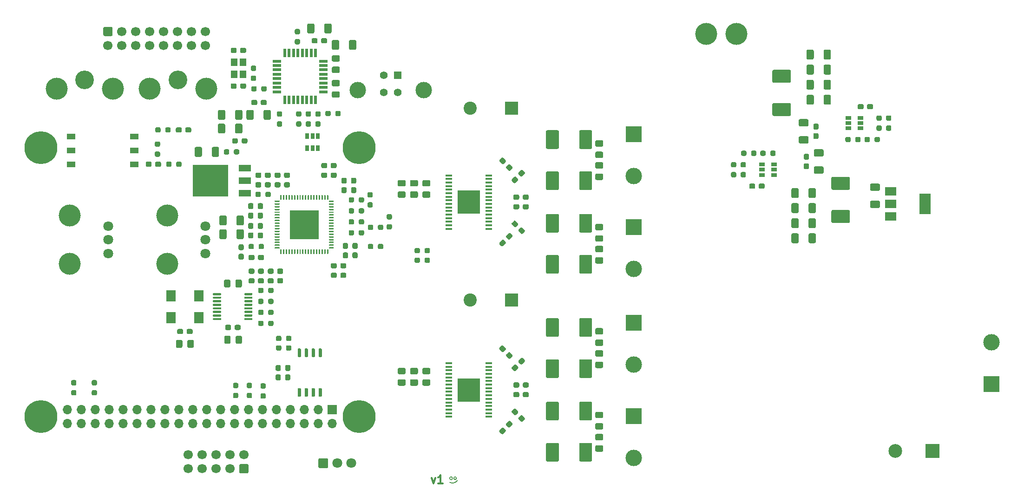
<source format=gts>
G04 #@! TF.GenerationSoftware,KiCad,Pcbnew,(5.1.10)-1*
G04 #@! TF.CreationDate,2021-05-07T16:49:04+02:00*
G04 #@! TF.ProjectId,dsp-amplifier-x4,6473702d-616d-4706-9c69-666965722d78,rev?*
G04 #@! TF.SameCoordinates,Original*
G04 #@! TF.FileFunction,Soldermask,Top*
G04 #@! TF.FilePolarity,Negative*
%FSLAX46Y46*%
G04 Gerber Fmt 4.6, Leading zero omitted, Abs format (unit mm)*
G04 Created by KiCad (PCBNEW (5.1.10)-1) date 2021-05-07 16:49:04*
%MOMM*%
%LPD*%
G01*
G04 APERTURE LIST*
%ADD10C,0.150000*%
%ADD11C,0.300000*%
%ADD12C,1.700000*%
%ADD13R,1.700000X1.700000*%
%ADD14O,1.700000X1.700000*%
%ADD15C,6.000000*%
%ADD16C,1.800000*%
%ADD17C,4.000000*%
%ADD18R,3.000000X3.000000*%
%ADD19C,3.000000*%
%ADD20R,2.500000X2.500000*%
%ADD21C,2.500000*%
%ADD22R,1.200000X0.400000*%
%ADD23R,4.110000X4.360000*%
%ADD24R,2.200000X1.200000*%
%ADD25R,6.400000X5.800000*%
%ADD26R,1.800000X2.000000*%
%ADD27C,2.400000*%
%ADD28R,2.400000X2.400000*%
%ADD29C,3.400000*%
%ADD30R,1.200000X1.400000*%
%ADD31R,1.600000X0.550000*%
%ADD32R,0.550000X1.600000*%
%ADD33R,0.650000X1.060000*%
%ADD34R,2.000000X1.500000*%
%ADD35R,2.000000X3.800000*%
%ADD36R,1.060000X0.650000*%
%ADD37R,5.300000X5.300000*%
%ADD38R,1.600000X1.000000*%
%ADD39C,1.400000*%
%ADD40R,1.400000X1.400000*%
G04 APERTURE END LIST*
D10*
X139750000Y-148000000D02*
G75*
G03*
X139750000Y-148000000I-250000J0D01*
G01*
X139000000Y-148000000D02*
G75*
G03*
X139000000Y-148000000I-250000J0D01*
G01*
X139894427Y-148420819D02*
G75*
G02*
X138500001Y-148749999I-894427J670819D01*
G01*
D11*
X135178571Y-147928571D02*
X135535714Y-148928571D01*
X135892857Y-147928571D01*
X137250000Y-148928571D02*
X136392857Y-148928571D01*
X136821428Y-148928571D02*
X136821428Y-147428571D01*
X136678571Y-147642857D01*
X136535714Y-147785714D01*
X136392857Y-147857142D01*
D12*
X94015000Y-69090000D03*
X91475000Y-69090000D03*
X88935000Y-69090000D03*
X86395000Y-69090000D03*
X83855000Y-69090000D03*
X81315000Y-69090000D03*
X78775000Y-69090000D03*
X76235000Y-69090000D03*
X94015000Y-66550000D03*
X91475000Y-66550000D03*
X88935000Y-66550000D03*
X86395000Y-66550000D03*
X83855000Y-66550000D03*
X81315000Y-66550000D03*
X78775000Y-66550000D03*
G36*
G01*
X75635000Y-65700000D02*
X76835000Y-65700000D01*
G75*
G02*
X77085000Y-65950000I0J-250000D01*
G01*
X77085000Y-67150000D01*
G75*
G02*
X76835000Y-67400000I-250000J0D01*
G01*
X75635000Y-67400000D01*
G75*
G02*
X75385000Y-67150000I0J250000D01*
G01*
X75385000Y-65950000D01*
G75*
G02*
X75635000Y-65700000I250000J0D01*
G01*
G37*
X90840000Y-143710000D03*
X93380000Y-143710000D03*
X95920000Y-143710000D03*
X98460000Y-143710000D03*
X101000000Y-143710000D03*
X90840000Y-146250000D03*
X93380000Y-146250000D03*
X95920000Y-146250000D03*
X98460000Y-146250000D03*
G36*
G01*
X101600000Y-147100000D02*
X100400000Y-147100000D01*
G75*
G02*
X100150000Y-146850000I0J250000D01*
G01*
X100150000Y-145650000D01*
G75*
G02*
X100400000Y-145400000I250000J0D01*
G01*
X101600000Y-145400000D01*
G75*
G02*
X101850000Y-145650000I0J-250000D01*
G01*
X101850000Y-146850000D01*
G75*
G02*
X101600000Y-147100000I-250000J0D01*
G01*
G37*
D13*
X117130000Y-135480000D03*
D14*
X117130000Y-138020000D03*
X114590000Y-135480000D03*
X114590000Y-138020000D03*
X112050000Y-135480000D03*
X112050000Y-138020000D03*
X109510000Y-135480000D03*
X109510000Y-138020000D03*
X106970000Y-135480000D03*
X106970000Y-138020000D03*
X104430000Y-135480000D03*
X104430000Y-138020000D03*
X101890000Y-135480000D03*
X101890000Y-138020000D03*
X99350000Y-135480000D03*
X99350000Y-138020000D03*
X96810000Y-135480000D03*
X96810000Y-138020000D03*
X94270000Y-135480000D03*
X94270000Y-138020000D03*
X91730000Y-135480000D03*
X91730000Y-138020000D03*
X89190000Y-135480000D03*
X89190000Y-138020000D03*
X86650000Y-135480000D03*
X86650000Y-138020000D03*
X84110000Y-135480000D03*
X84110000Y-138020000D03*
X81570000Y-135480000D03*
X81570000Y-138020000D03*
X79030000Y-135480000D03*
X79030000Y-138020000D03*
X76490000Y-135480000D03*
X76490000Y-138020000D03*
X73950000Y-135480000D03*
X73950000Y-138020000D03*
X71410000Y-135480000D03*
X71410000Y-138020000D03*
X68870000Y-135480000D03*
X68870000Y-138020000D03*
D15*
X122000000Y-136750000D03*
X64000000Y-136750000D03*
X64000000Y-87750000D03*
X122000000Y-87750000D03*
G36*
G01*
X108675000Y-122737500D02*
X108675000Y-122262500D01*
G75*
G02*
X108912500Y-122025000I237500J0D01*
G01*
X109412500Y-122025000D01*
G75*
G02*
X109650000Y-122262500I0J-237500D01*
G01*
X109650000Y-122737500D01*
G75*
G02*
X109412500Y-122975000I-237500J0D01*
G01*
X108912500Y-122975000D01*
G75*
G02*
X108675000Y-122737500I0J237500D01*
G01*
G37*
G36*
G01*
X106850000Y-122737500D02*
X106850000Y-122262500D01*
G75*
G02*
X107087500Y-122025000I237500J0D01*
G01*
X107587500Y-122025000D01*
G75*
G02*
X107825000Y-122262500I0J-237500D01*
G01*
X107825000Y-122737500D01*
G75*
G02*
X107587500Y-122975000I-237500J0D01*
G01*
X107087500Y-122975000D01*
G75*
G02*
X106850000Y-122737500I0J237500D01*
G01*
G37*
G36*
G01*
X108675000Y-124487500D02*
X108675000Y-124012500D01*
G75*
G02*
X108912500Y-123775000I237500J0D01*
G01*
X109412500Y-123775000D01*
G75*
G02*
X109650000Y-124012500I0J-237500D01*
G01*
X109650000Y-124487500D01*
G75*
G02*
X109412500Y-124725000I-237500J0D01*
G01*
X108912500Y-124725000D01*
G75*
G02*
X108675000Y-124487500I0J237500D01*
G01*
G37*
G36*
G01*
X106850000Y-124487500D02*
X106850000Y-124012500D01*
G75*
G02*
X107087500Y-123775000I237500J0D01*
G01*
X107587500Y-123775000D01*
G75*
G02*
X107825000Y-124012500I0J-237500D01*
G01*
X107825000Y-124487500D01*
G75*
G02*
X107587500Y-124725000I-237500J0D01*
G01*
X107087500Y-124725000D01*
G75*
G02*
X106850000Y-124487500I0J237500D01*
G01*
G37*
G36*
G01*
X166225000Y-102800000D02*
X165275000Y-102800000D01*
G75*
G02*
X165025000Y-102550000I0J250000D01*
G01*
X165025000Y-101875000D01*
G75*
G02*
X165275000Y-101625000I250000J0D01*
G01*
X166225000Y-101625000D01*
G75*
G02*
X166475000Y-101875000I0J-250000D01*
G01*
X166475000Y-102550000D01*
G75*
G02*
X166225000Y-102800000I-250000J0D01*
G01*
G37*
G36*
G01*
X166225000Y-104875000D02*
X165275000Y-104875000D01*
G75*
G02*
X165025000Y-104625000I0J250000D01*
G01*
X165025000Y-103950000D01*
G75*
G02*
X165275000Y-103700000I250000J0D01*
G01*
X166225000Y-103700000D01*
G75*
G02*
X166475000Y-103950000I0J-250000D01*
G01*
X166475000Y-104625000D01*
G75*
G02*
X166225000Y-104875000I-250000J0D01*
G01*
G37*
G36*
G01*
X165275000Y-107700000D02*
X166225000Y-107700000D01*
G75*
G02*
X166475000Y-107950000I0J-250000D01*
G01*
X166475000Y-108625000D01*
G75*
G02*
X166225000Y-108875000I-250000J0D01*
G01*
X165275000Y-108875000D01*
G75*
G02*
X165025000Y-108625000I0J250000D01*
G01*
X165025000Y-107950000D01*
G75*
G02*
X165275000Y-107700000I250000J0D01*
G01*
G37*
G36*
G01*
X165275000Y-105625000D02*
X166225000Y-105625000D01*
G75*
G02*
X166475000Y-105875000I0J-250000D01*
G01*
X166475000Y-106550000D01*
G75*
G02*
X166225000Y-106800000I-250000J0D01*
G01*
X165275000Y-106800000D01*
G75*
G02*
X165025000Y-106550000I0J250000D01*
G01*
X165025000Y-105875000D01*
G75*
G02*
X165275000Y-105625000I250000J0D01*
G01*
G37*
G36*
G01*
X165275000Y-92450000D02*
X166225000Y-92450000D01*
G75*
G02*
X166475000Y-92700000I0J-250000D01*
G01*
X166475000Y-93375000D01*
G75*
G02*
X166225000Y-93625000I-250000J0D01*
G01*
X165275000Y-93625000D01*
G75*
G02*
X165025000Y-93375000I0J250000D01*
G01*
X165025000Y-92700000D01*
G75*
G02*
X165275000Y-92450000I250000J0D01*
G01*
G37*
G36*
G01*
X165275000Y-90375000D02*
X166225000Y-90375000D01*
G75*
G02*
X166475000Y-90625000I0J-250000D01*
G01*
X166475000Y-91300000D01*
G75*
G02*
X166225000Y-91550000I-250000J0D01*
G01*
X165275000Y-91550000D01*
G75*
G02*
X165025000Y-91300000I0J250000D01*
G01*
X165025000Y-90625000D01*
G75*
G02*
X165275000Y-90375000I250000J0D01*
G01*
G37*
G36*
G01*
X166225000Y-87550000D02*
X165275000Y-87550000D01*
G75*
G02*
X165025000Y-87300000I0J250000D01*
G01*
X165025000Y-86625000D01*
G75*
G02*
X165275000Y-86375000I250000J0D01*
G01*
X166225000Y-86375000D01*
G75*
G02*
X166475000Y-86625000I0J-250000D01*
G01*
X166475000Y-87300000D01*
G75*
G02*
X166225000Y-87550000I-250000J0D01*
G01*
G37*
G36*
G01*
X166225000Y-89625000D02*
X165275000Y-89625000D01*
G75*
G02*
X165025000Y-89375000I0J250000D01*
G01*
X165025000Y-88700000D01*
G75*
G02*
X165275000Y-88450000I250000J0D01*
G01*
X166225000Y-88450000D01*
G75*
G02*
X166475000Y-88700000I0J-250000D01*
G01*
X166475000Y-89375000D01*
G75*
G02*
X166225000Y-89625000I-250000J0D01*
G01*
G37*
G36*
G01*
X166225000Y-137050000D02*
X165275000Y-137050000D01*
G75*
G02*
X165025000Y-136800000I0J250000D01*
G01*
X165025000Y-136125000D01*
G75*
G02*
X165275000Y-135875000I250000J0D01*
G01*
X166225000Y-135875000D01*
G75*
G02*
X166475000Y-136125000I0J-250000D01*
G01*
X166475000Y-136800000D01*
G75*
G02*
X166225000Y-137050000I-250000J0D01*
G01*
G37*
G36*
G01*
X166225000Y-139125000D02*
X165275000Y-139125000D01*
G75*
G02*
X165025000Y-138875000I0J250000D01*
G01*
X165025000Y-138200000D01*
G75*
G02*
X165275000Y-137950000I250000J0D01*
G01*
X166225000Y-137950000D01*
G75*
G02*
X166475000Y-138200000I0J-250000D01*
G01*
X166475000Y-138875000D01*
G75*
G02*
X166225000Y-139125000I-250000J0D01*
G01*
G37*
G36*
G01*
X165275000Y-141987500D02*
X166225000Y-141987500D01*
G75*
G02*
X166475000Y-142237500I0J-250000D01*
G01*
X166475000Y-142912500D01*
G75*
G02*
X166225000Y-143162500I-250000J0D01*
G01*
X165275000Y-143162500D01*
G75*
G02*
X165025000Y-142912500I0J250000D01*
G01*
X165025000Y-142237500D01*
G75*
G02*
X165275000Y-141987500I250000J0D01*
G01*
G37*
G36*
G01*
X165275000Y-139912500D02*
X166225000Y-139912500D01*
G75*
G02*
X166475000Y-140162500I0J-250000D01*
G01*
X166475000Y-140837500D01*
G75*
G02*
X166225000Y-141087500I-250000J0D01*
G01*
X165275000Y-141087500D01*
G75*
G02*
X165025000Y-140837500I0J250000D01*
G01*
X165025000Y-140162500D01*
G75*
G02*
X165275000Y-139912500I250000J0D01*
G01*
G37*
G36*
G01*
X165275000Y-126737500D02*
X166225000Y-126737500D01*
G75*
G02*
X166475000Y-126987500I0J-250000D01*
G01*
X166475000Y-127662500D01*
G75*
G02*
X166225000Y-127912500I-250000J0D01*
G01*
X165275000Y-127912500D01*
G75*
G02*
X165025000Y-127662500I0J250000D01*
G01*
X165025000Y-126987500D01*
G75*
G02*
X165275000Y-126737500I250000J0D01*
G01*
G37*
G36*
G01*
X165275000Y-124662500D02*
X166225000Y-124662500D01*
G75*
G02*
X166475000Y-124912500I0J-250000D01*
G01*
X166475000Y-125587500D01*
G75*
G02*
X166225000Y-125837500I-250000J0D01*
G01*
X165275000Y-125837500D01*
G75*
G02*
X165025000Y-125587500I0J250000D01*
G01*
X165025000Y-124912500D01*
G75*
G02*
X165275000Y-124662500I250000J0D01*
G01*
G37*
G36*
G01*
X166225000Y-121800000D02*
X165275000Y-121800000D01*
G75*
G02*
X165025000Y-121550000I0J250000D01*
G01*
X165025000Y-120875000D01*
G75*
G02*
X165275000Y-120625000I250000J0D01*
G01*
X166225000Y-120625000D01*
G75*
G02*
X166475000Y-120875000I0J-250000D01*
G01*
X166475000Y-121550000D01*
G75*
G02*
X166225000Y-121800000I-250000J0D01*
G01*
G37*
G36*
G01*
X166225000Y-123875000D02*
X165275000Y-123875000D01*
G75*
G02*
X165025000Y-123625000I0J250000D01*
G01*
X165025000Y-122950000D01*
G75*
G02*
X165275000Y-122700000I250000J0D01*
G01*
X166225000Y-122700000D01*
G75*
G02*
X166475000Y-122950000I0J-250000D01*
G01*
X166475000Y-123625000D01*
G75*
G02*
X166225000Y-123875000I-250000J0D01*
G01*
G37*
D16*
X94000000Y-107000000D03*
X94000000Y-104500000D03*
X94000000Y-102000000D03*
D17*
X87000000Y-108900000D03*
X87000000Y-100100000D03*
D16*
X76250000Y-107000000D03*
X76250000Y-104500000D03*
X76250000Y-102000000D03*
D17*
X69250000Y-108900000D03*
X69250000Y-100100000D03*
D16*
X120540000Y-145250000D03*
X118000000Y-145250000D03*
G36*
G01*
X114560000Y-145899800D02*
X114560000Y-144600200D01*
G75*
G02*
X114810200Y-144350000I250200J0D01*
G01*
X116109800Y-144350000D01*
G75*
G02*
X116360000Y-144600200I0J-250200D01*
G01*
X116360000Y-145899800D01*
G75*
G02*
X116109800Y-146150000I-250200J0D01*
G01*
X114810200Y-146150000D01*
G75*
G02*
X114560000Y-145899800I0J250200D01*
G01*
G37*
G36*
G01*
X103325000Y-76762500D02*
X103325000Y-77237500D01*
G75*
G02*
X103087500Y-77475000I-237500J0D01*
G01*
X102587500Y-77475000D01*
G75*
G02*
X102350000Y-77237500I0J237500D01*
G01*
X102350000Y-76762500D01*
G75*
G02*
X102587500Y-76525000I237500J0D01*
G01*
X103087500Y-76525000D01*
G75*
G02*
X103325000Y-76762500I0J-237500D01*
G01*
G37*
G36*
G01*
X105150000Y-76762500D02*
X105150000Y-77237500D01*
G75*
G02*
X104912500Y-77475000I-237500J0D01*
G01*
X104412500Y-77475000D01*
G75*
G02*
X104175000Y-77237500I0J237500D01*
G01*
X104175000Y-76762500D01*
G75*
G02*
X104412500Y-76525000I237500J0D01*
G01*
X104912500Y-76525000D01*
G75*
G02*
X105150000Y-76762500I0J-237500D01*
G01*
G37*
G36*
G01*
X117675000Y-81737500D02*
X117675000Y-81262500D01*
G75*
G02*
X117912500Y-81025000I237500J0D01*
G01*
X118412500Y-81025000D01*
G75*
G02*
X118650000Y-81262500I0J-237500D01*
G01*
X118650000Y-81737500D01*
G75*
G02*
X118412500Y-81975000I-237500J0D01*
G01*
X117912500Y-81975000D01*
G75*
G02*
X117675000Y-81737500I0J237500D01*
G01*
G37*
G36*
G01*
X115850000Y-81737500D02*
X115850000Y-81262500D01*
G75*
G02*
X116087500Y-81025000I237500J0D01*
G01*
X116587500Y-81025000D01*
G75*
G02*
X116825000Y-81262500I0J-237500D01*
G01*
X116825000Y-81737500D01*
G75*
G02*
X116587500Y-81975000I-237500J0D01*
G01*
X116087500Y-81975000D01*
G75*
G02*
X115850000Y-81737500I0J237500D01*
G01*
G37*
G36*
G01*
X102987500Y-73737500D02*
X102512500Y-73737500D01*
G75*
G02*
X102275000Y-73500000I0J237500D01*
G01*
X102275000Y-73000000D01*
G75*
G02*
X102512500Y-72762500I237500J0D01*
G01*
X102987500Y-72762500D01*
G75*
G02*
X103225000Y-73000000I0J-237500D01*
G01*
X103225000Y-73500000D01*
G75*
G02*
X102987500Y-73737500I-237500J0D01*
G01*
G37*
G36*
G01*
X102987500Y-75562500D02*
X102512500Y-75562500D01*
G75*
G02*
X102275000Y-75325000I0J237500D01*
G01*
X102275000Y-74825000D01*
G75*
G02*
X102512500Y-74587500I237500J0D01*
G01*
X102987500Y-74587500D01*
G75*
G02*
X103225000Y-74825000I0J-237500D01*
G01*
X103225000Y-75325000D01*
G75*
G02*
X102987500Y-75562500I-237500J0D01*
G01*
G37*
D18*
X237250000Y-130810000D03*
D19*
X237250000Y-123190000D03*
D18*
X172000000Y-102190000D03*
D19*
X172000000Y-109810000D03*
D18*
X172000000Y-85250000D03*
D19*
X172000000Y-92870000D03*
D18*
X172000000Y-136690000D03*
D19*
X172000000Y-144310000D03*
D18*
X172000000Y-119690000D03*
D19*
X172000000Y-127310000D03*
D17*
X190750000Y-67000000D03*
D20*
X226500000Y-143000000D03*
D17*
X185250000Y-67000000D03*
D21*
X219750000Y-143000000D03*
G36*
G01*
X102237500Y-131575000D02*
X101762500Y-131575000D01*
G75*
G02*
X101525000Y-131337500I0J237500D01*
G01*
X101525000Y-130837500D01*
G75*
G02*
X101762500Y-130600000I237500J0D01*
G01*
X102237500Y-130600000D01*
G75*
G02*
X102475000Y-130837500I0J-237500D01*
G01*
X102475000Y-131337500D01*
G75*
G02*
X102237500Y-131575000I-237500J0D01*
G01*
G37*
G36*
G01*
X102237500Y-133400000D02*
X101762500Y-133400000D01*
G75*
G02*
X101525000Y-133162500I0J237500D01*
G01*
X101525000Y-132662500D01*
G75*
G02*
X101762500Y-132425000I237500J0D01*
G01*
X102237500Y-132425000D01*
G75*
G02*
X102475000Y-132662500I0J-237500D01*
G01*
X102475000Y-133162500D01*
G75*
G02*
X102237500Y-133400000I-237500J0D01*
G01*
G37*
G36*
G01*
X114755000Y-131550000D02*
X115055000Y-131550000D01*
G75*
G02*
X115205000Y-131700000I0J-150000D01*
G01*
X115205000Y-133000000D01*
G75*
G02*
X115055000Y-133150000I-150000J0D01*
G01*
X114755000Y-133150000D01*
G75*
G02*
X114605000Y-133000000I0J150000D01*
G01*
X114605000Y-131700000D01*
G75*
G02*
X114755000Y-131550000I150000J0D01*
G01*
G37*
G36*
G01*
X113485000Y-131550000D02*
X113785000Y-131550000D01*
G75*
G02*
X113935000Y-131700000I0J-150000D01*
G01*
X113935000Y-133000000D01*
G75*
G02*
X113785000Y-133150000I-150000J0D01*
G01*
X113485000Y-133150000D01*
G75*
G02*
X113335000Y-133000000I0J150000D01*
G01*
X113335000Y-131700000D01*
G75*
G02*
X113485000Y-131550000I150000J0D01*
G01*
G37*
G36*
G01*
X112215000Y-131550000D02*
X112515000Y-131550000D01*
G75*
G02*
X112665000Y-131700000I0J-150000D01*
G01*
X112665000Y-133000000D01*
G75*
G02*
X112515000Y-133150000I-150000J0D01*
G01*
X112215000Y-133150000D01*
G75*
G02*
X112065000Y-133000000I0J150000D01*
G01*
X112065000Y-131700000D01*
G75*
G02*
X112215000Y-131550000I150000J0D01*
G01*
G37*
G36*
G01*
X110945000Y-131550000D02*
X111245000Y-131550000D01*
G75*
G02*
X111395000Y-131700000I0J-150000D01*
G01*
X111395000Y-133000000D01*
G75*
G02*
X111245000Y-133150000I-150000J0D01*
G01*
X110945000Y-133150000D01*
G75*
G02*
X110795000Y-133000000I0J150000D01*
G01*
X110795000Y-131700000D01*
G75*
G02*
X110945000Y-131550000I150000J0D01*
G01*
G37*
G36*
G01*
X110945000Y-124350000D02*
X111245000Y-124350000D01*
G75*
G02*
X111395000Y-124500000I0J-150000D01*
G01*
X111395000Y-125800000D01*
G75*
G02*
X111245000Y-125950000I-150000J0D01*
G01*
X110945000Y-125950000D01*
G75*
G02*
X110795000Y-125800000I0J150000D01*
G01*
X110795000Y-124500000D01*
G75*
G02*
X110945000Y-124350000I150000J0D01*
G01*
G37*
G36*
G01*
X112215000Y-124350000D02*
X112515000Y-124350000D01*
G75*
G02*
X112665000Y-124500000I0J-150000D01*
G01*
X112665000Y-125800000D01*
G75*
G02*
X112515000Y-125950000I-150000J0D01*
G01*
X112215000Y-125950000D01*
G75*
G02*
X112065000Y-125800000I0J150000D01*
G01*
X112065000Y-124500000D01*
G75*
G02*
X112215000Y-124350000I150000J0D01*
G01*
G37*
G36*
G01*
X113485000Y-124350000D02*
X113785000Y-124350000D01*
G75*
G02*
X113935000Y-124500000I0J-150000D01*
G01*
X113935000Y-125800000D01*
G75*
G02*
X113785000Y-125950000I-150000J0D01*
G01*
X113485000Y-125950000D01*
G75*
G02*
X113335000Y-125800000I0J150000D01*
G01*
X113335000Y-124500000D01*
G75*
G02*
X113485000Y-124350000I150000J0D01*
G01*
G37*
G36*
G01*
X114755000Y-124350000D02*
X115055000Y-124350000D01*
G75*
G02*
X115205000Y-124500000I0J-150000D01*
G01*
X115205000Y-125800000D01*
G75*
G02*
X115055000Y-125950000I-150000J0D01*
G01*
X114755000Y-125950000D01*
G75*
G02*
X114605000Y-125800000I0J150000D01*
G01*
X114605000Y-124500000D01*
G75*
G02*
X114755000Y-124350000I150000J0D01*
G01*
G37*
D22*
X138350000Y-127025000D03*
X138350000Y-127675000D03*
X138350000Y-128325000D03*
X138350000Y-128975000D03*
X138350000Y-129625000D03*
X138350000Y-130275000D03*
X138350000Y-130925000D03*
X138350000Y-131575000D03*
X138350000Y-132225000D03*
X138350000Y-132875000D03*
X138350000Y-133525000D03*
X138350000Y-134175000D03*
X138350000Y-134825000D03*
X138350000Y-135475000D03*
X138350000Y-136125000D03*
X138350000Y-136775000D03*
X145650000Y-136775000D03*
X145650000Y-136125000D03*
X145650000Y-135475000D03*
X145650000Y-134825000D03*
X145650000Y-134175000D03*
X145650000Y-133525000D03*
X145650000Y-132875000D03*
X145650000Y-132225000D03*
X145650000Y-131575000D03*
X145650000Y-130925000D03*
X145650000Y-130275000D03*
X145650000Y-129625000D03*
X145650000Y-128975000D03*
X145650000Y-128325000D03*
X145650000Y-127675000D03*
X145650000Y-127025000D03*
D23*
X142000000Y-131900000D03*
G36*
G01*
X117275000Y-77450000D02*
X118225000Y-77450000D01*
G75*
G02*
X118475000Y-77700000I0J-250000D01*
G01*
X118475000Y-78375000D01*
G75*
G02*
X118225000Y-78625000I-250000J0D01*
G01*
X117275000Y-78625000D01*
G75*
G02*
X117025000Y-78375000I0J250000D01*
G01*
X117025000Y-77700000D01*
G75*
G02*
X117275000Y-77450000I250000J0D01*
G01*
G37*
G36*
G01*
X117275000Y-75375000D02*
X118225000Y-75375000D01*
G75*
G02*
X118475000Y-75625000I0J-250000D01*
G01*
X118475000Y-76300000D01*
G75*
G02*
X118225000Y-76550000I-250000J0D01*
G01*
X117275000Y-76550000D01*
G75*
G02*
X117025000Y-76300000I0J250000D01*
G01*
X117025000Y-75625000D01*
G75*
G02*
X117275000Y-75375000I250000J0D01*
G01*
G37*
G36*
G01*
X118225000Y-72050000D02*
X117275000Y-72050000D01*
G75*
G02*
X117025000Y-71800000I0J250000D01*
G01*
X117025000Y-71125000D01*
G75*
G02*
X117275000Y-70875000I250000J0D01*
G01*
X118225000Y-70875000D01*
G75*
G02*
X118475000Y-71125000I0J-250000D01*
G01*
X118475000Y-71800000D01*
G75*
G02*
X118225000Y-72050000I-250000J0D01*
G01*
G37*
G36*
G01*
X118225000Y-74125000D02*
X117275000Y-74125000D01*
G75*
G02*
X117025000Y-73875000I0J250000D01*
G01*
X117025000Y-73200000D01*
G75*
G02*
X117275000Y-72950000I250000J0D01*
G01*
X118225000Y-72950000D01*
G75*
G02*
X118475000Y-73200000I0J-250000D01*
G01*
X118475000Y-73875000D01*
G75*
G02*
X118225000Y-74125000I-250000J0D01*
G01*
G37*
G36*
G01*
X104075000Y-79737500D02*
X104075000Y-79262500D01*
G75*
G02*
X104312500Y-79025000I237500J0D01*
G01*
X104912500Y-79025000D01*
G75*
G02*
X105150000Y-79262500I0J-237500D01*
G01*
X105150000Y-79737500D01*
G75*
G02*
X104912500Y-79975000I-237500J0D01*
G01*
X104312500Y-79975000D01*
G75*
G02*
X104075000Y-79737500I0J237500D01*
G01*
G37*
G36*
G01*
X102350000Y-79737500D02*
X102350000Y-79262500D01*
G75*
G02*
X102587500Y-79025000I237500J0D01*
G01*
X103187500Y-79025000D01*
G75*
G02*
X103425000Y-79262500I0J-237500D01*
G01*
X103425000Y-79737500D01*
G75*
G02*
X103187500Y-79975000I-237500J0D01*
G01*
X102587500Y-79975000D01*
G75*
G02*
X102350000Y-79737500I0J237500D01*
G01*
G37*
G36*
G01*
X115075000Y-68487500D02*
X115075000Y-68012500D01*
G75*
G02*
X115312500Y-67775000I237500J0D01*
G01*
X115912500Y-67775000D01*
G75*
G02*
X116150000Y-68012500I0J-237500D01*
G01*
X116150000Y-68487500D01*
G75*
G02*
X115912500Y-68725000I-237500J0D01*
G01*
X115312500Y-68725000D01*
G75*
G02*
X115075000Y-68487500I0J237500D01*
G01*
G37*
G36*
G01*
X113350000Y-68487500D02*
X113350000Y-68012500D01*
G75*
G02*
X113587500Y-67775000I237500J0D01*
G01*
X114187500Y-67775000D01*
G75*
G02*
X114425000Y-68012500I0J-237500D01*
G01*
X114425000Y-68487500D01*
G75*
G02*
X114187500Y-68725000I-237500J0D01*
G01*
X113587500Y-68725000D01*
G75*
G02*
X113350000Y-68487500I0J237500D01*
G01*
G37*
G36*
G01*
X115650000Y-66650002D02*
X115650000Y-65349998D01*
G75*
G02*
X115899998Y-65100000I249998J0D01*
G01*
X116725002Y-65100000D01*
G75*
G02*
X116975000Y-65349998I0J-249998D01*
G01*
X116975000Y-66650002D01*
G75*
G02*
X116725002Y-66900000I-249998J0D01*
G01*
X115899998Y-66900000D01*
G75*
G02*
X115650000Y-66650002I0J249998D01*
G01*
G37*
G36*
G01*
X112525000Y-66650002D02*
X112525000Y-65349998D01*
G75*
G02*
X112774998Y-65100000I249998J0D01*
G01*
X113600002Y-65100000D01*
G75*
G02*
X113850000Y-65349998I0J-249998D01*
G01*
X113850000Y-66650002D01*
G75*
G02*
X113600002Y-66900000I-249998J0D01*
G01*
X112774998Y-66900000D01*
G75*
G02*
X112525000Y-66650002I0J249998D01*
G01*
G37*
G36*
G01*
X104587500Y-82400002D02*
X104587500Y-81099998D01*
G75*
G02*
X104837498Y-80850000I249998J0D01*
G01*
X105662502Y-80850000D01*
G75*
G02*
X105912500Y-81099998I0J-249998D01*
G01*
X105912500Y-82400002D01*
G75*
G02*
X105662502Y-82650000I-249998J0D01*
G01*
X104837498Y-82650000D01*
G75*
G02*
X104587500Y-82400002I0J249998D01*
G01*
G37*
G36*
G01*
X101462500Y-82400002D02*
X101462500Y-81099998D01*
G75*
G02*
X101712498Y-80850000I249998J0D01*
G01*
X102537502Y-80850000D01*
G75*
G02*
X102787500Y-81099998I0J-249998D01*
G01*
X102787500Y-82400002D01*
G75*
G02*
X102537502Y-82650000I-249998J0D01*
G01*
X101712498Y-82650000D01*
G75*
G02*
X101462500Y-82400002I0J249998D01*
G01*
G37*
G36*
G01*
X120150000Y-69650002D02*
X120150000Y-68349998D01*
G75*
G02*
X120399998Y-68100000I249998J0D01*
G01*
X121225002Y-68100000D01*
G75*
G02*
X121475000Y-68349998I0J-249998D01*
G01*
X121475000Y-69650002D01*
G75*
G02*
X121225002Y-69900000I-249998J0D01*
G01*
X120399998Y-69900000D01*
G75*
G02*
X120150000Y-69650002I0J249998D01*
G01*
G37*
G36*
G01*
X117025000Y-69650002D02*
X117025000Y-68349998D01*
G75*
G02*
X117274998Y-68100000I249998J0D01*
G01*
X118100002Y-68100000D01*
G75*
G02*
X118350000Y-68349998I0J-249998D01*
G01*
X118350000Y-69650002D01*
G75*
G02*
X118100002Y-69900000I-249998J0D01*
G01*
X117274998Y-69900000D01*
G75*
G02*
X117025000Y-69650002I0J249998D01*
G01*
G37*
G36*
G01*
X107487500Y-128425000D02*
X107012500Y-128425000D01*
G75*
G02*
X106775000Y-128187500I0J237500D01*
G01*
X106775000Y-127587500D01*
G75*
G02*
X107012500Y-127350000I237500J0D01*
G01*
X107487500Y-127350000D01*
G75*
G02*
X107725000Y-127587500I0J-237500D01*
G01*
X107725000Y-128187500D01*
G75*
G02*
X107487500Y-128425000I-237500J0D01*
G01*
G37*
G36*
G01*
X107487500Y-130150000D02*
X107012500Y-130150000D01*
G75*
G02*
X106775000Y-129912500I0J237500D01*
G01*
X106775000Y-129312500D01*
G75*
G02*
X107012500Y-129075000I237500J0D01*
G01*
X107487500Y-129075000D01*
G75*
G02*
X107725000Y-129312500I0J-237500D01*
G01*
X107725000Y-129912500D01*
G75*
G02*
X107487500Y-130150000I-237500J0D01*
G01*
G37*
G36*
G01*
X109237500Y-128425000D02*
X108762500Y-128425000D01*
G75*
G02*
X108525000Y-128187500I0J237500D01*
G01*
X108525000Y-127587500D01*
G75*
G02*
X108762500Y-127350000I237500J0D01*
G01*
X109237500Y-127350000D01*
G75*
G02*
X109475000Y-127587500I0J-237500D01*
G01*
X109475000Y-128187500D01*
G75*
G02*
X109237500Y-128425000I-237500J0D01*
G01*
G37*
G36*
G01*
X109237500Y-130150000D02*
X108762500Y-130150000D01*
G75*
G02*
X108525000Y-129912500I0J237500D01*
G01*
X108525000Y-129312500D01*
G75*
G02*
X108762500Y-129075000I237500J0D01*
G01*
X109237500Y-129075000D01*
G75*
G02*
X109475000Y-129312500I0J-237500D01*
G01*
X109475000Y-129912500D01*
G75*
G02*
X109237500Y-130150000I-237500J0D01*
G01*
G37*
D24*
X101200000Y-96030000D03*
X101200000Y-93750000D03*
X101200000Y-91470000D03*
D25*
X94900000Y-93750000D03*
G36*
G01*
X85825000Y-84262500D02*
X85825000Y-84737500D01*
G75*
G02*
X85587500Y-84975000I-237500J0D01*
G01*
X85087500Y-84975000D01*
G75*
G02*
X84850000Y-84737500I0J237500D01*
G01*
X84850000Y-84262500D01*
G75*
G02*
X85087500Y-84025000I237500J0D01*
G01*
X85587500Y-84025000D01*
G75*
G02*
X85825000Y-84262500I0J-237500D01*
G01*
G37*
G36*
G01*
X87650000Y-84262500D02*
X87650000Y-84737500D01*
G75*
G02*
X87412500Y-84975000I-237500J0D01*
G01*
X86912500Y-84975000D01*
G75*
G02*
X86675000Y-84737500I0J237500D01*
G01*
X86675000Y-84262500D01*
G75*
G02*
X86912500Y-84025000I237500J0D01*
G01*
X87412500Y-84025000D01*
G75*
G02*
X87650000Y-84262500I0J-237500D01*
G01*
G37*
D22*
X138350000Y-92775000D03*
X138350000Y-93425000D03*
X138350000Y-94075000D03*
X138350000Y-94725000D03*
X138350000Y-95375000D03*
X138350000Y-96025000D03*
X138350000Y-96675000D03*
X138350000Y-97325000D03*
X138350000Y-97975000D03*
X138350000Y-98625000D03*
X138350000Y-99275000D03*
X138350000Y-99925000D03*
X138350000Y-100575000D03*
X138350000Y-101225000D03*
X138350000Y-101875000D03*
X138350000Y-102525000D03*
X145650000Y-102525000D03*
X145650000Y-101875000D03*
X145650000Y-101225000D03*
X145650000Y-100575000D03*
X145650000Y-99925000D03*
X145650000Y-99275000D03*
X145650000Y-98625000D03*
X145650000Y-97975000D03*
X145650000Y-97325000D03*
X145650000Y-96675000D03*
X145650000Y-96025000D03*
X145650000Y-95375000D03*
X145650000Y-94725000D03*
X145650000Y-94075000D03*
X145650000Y-93425000D03*
X145650000Y-92775000D03*
D23*
X142000000Y-97650000D03*
G36*
G01*
X149147748Y-104438128D02*
X148811872Y-104102252D01*
G75*
G02*
X148811872Y-103766376I167938J167938D01*
G01*
X149236136Y-103342112D01*
G75*
G02*
X149572012Y-103342112I167938J-167938D01*
G01*
X149907888Y-103677988D01*
G75*
G02*
X149907888Y-104013864I-167938J-167938D01*
G01*
X149483624Y-104438128D01*
G75*
G02*
X149147748Y-104438128I-167938J167938D01*
G01*
G37*
G36*
G01*
X147927988Y-105657888D02*
X147592112Y-105322012D01*
G75*
G02*
X147592112Y-104986136I167938J167938D01*
G01*
X148016376Y-104561872D01*
G75*
G02*
X148352252Y-104561872I167938J-167938D01*
G01*
X148688128Y-104897748D01*
G75*
G02*
X148688128Y-105233624I-167938J-167938D01*
G01*
X148263864Y-105657888D01*
G75*
G02*
X147927988Y-105657888I-167938J167938D01*
G01*
G37*
G36*
G01*
X149147748Y-138688128D02*
X148811872Y-138352252D01*
G75*
G02*
X148811872Y-138016376I167938J167938D01*
G01*
X149236136Y-137592112D01*
G75*
G02*
X149572012Y-137592112I167938J-167938D01*
G01*
X149907888Y-137927988D01*
G75*
G02*
X149907888Y-138263864I-167938J-167938D01*
G01*
X149483624Y-138688128D01*
G75*
G02*
X149147748Y-138688128I-167938J167938D01*
G01*
G37*
G36*
G01*
X147927988Y-139907888D02*
X147592112Y-139572012D01*
G75*
G02*
X147592112Y-139236136I167938J167938D01*
G01*
X148016376Y-138811872D01*
G75*
G02*
X148352252Y-138811872I167938J-167938D01*
G01*
X148688128Y-139147748D01*
G75*
G02*
X148688128Y-139483624I-167938J-167938D01*
G01*
X148263864Y-139907888D01*
G75*
G02*
X147927988Y-139907888I-167938J167938D01*
G01*
G37*
D26*
X87710000Y-114750000D03*
X92790000Y-114750000D03*
X92790000Y-118750000D03*
X87710000Y-118750000D03*
G36*
G01*
X95370000Y-114525000D02*
X95370000Y-114325000D01*
G75*
G02*
X95470000Y-114225000I100000J0D01*
G01*
X96745000Y-114225000D01*
G75*
G02*
X96845000Y-114325000I0J-100000D01*
G01*
X96845000Y-114525000D01*
G75*
G02*
X96745000Y-114625000I-100000J0D01*
G01*
X95470000Y-114625000D01*
G75*
G02*
X95370000Y-114525000I0J100000D01*
G01*
G37*
G36*
G01*
X95370000Y-115175000D02*
X95370000Y-114975000D01*
G75*
G02*
X95470000Y-114875000I100000J0D01*
G01*
X96745000Y-114875000D01*
G75*
G02*
X96845000Y-114975000I0J-100000D01*
G01*
X96845000Y-115175000D01*
G75*
G02*
X96745000Y-115275000I-100000J0D01*
G01*
X95470000Y-115275000D01*
G75*
G02*
X95370000Y-115175000I0J100000D01*
G01*
G37*
G36*
G01*
X95370000Y-115825000D02*
X95370000Y-115625000D01*
G75*
G02*
X95470000Y-115525000I100000J0D01*
G01*
X96745000Y-115525000D01*
G75*
G02*
X96845000Y-115625000I0J-100000D01*
G01*
X96845000Y-115825000D01*
G75*
G02*
X96745000Y-115925000I-100000J0D01*
G01*
X95470000Y-115925000D01*
G75*
G02*
X95370000Y-115825000I0J100000D01*
G01*
G37*
G36*
G01*
X95370000Y-116475000D02*
X95370000Y-116275000D01*
G75*
G02*
X95470000Y-116175000I100000J0D01*
G01*
X96745000Y-116175000D01*
G75*
G02*
X96845000Y-116275000I0J-100000D01*
G01*
X96845000Y-116475000D01*
G75*
G02*
X96745000Y-116575000I-100000J0D01*
G01*
X95470000Y-116575000D01*
G75*
G02*
X95370000Y-116475000I0J100000D01*
G01*
G37*
G36*
G01*
X95370000Y-117125000D02*
X95370000Y-116925000D01*
G75*
G02*
X95470000Y-116825000I100000J0D01*
G01*
X96745000Y-116825000D01*
G75*
G02*
X96845000Y-116925000I0J-100000D01*
G01*
X96845000Y-117125000D01*
G75*
G02*
X96745000Y-117225000I-100000J0D01*
G01*
X95470000Y-117225000D01*
G75*
G02*
X95370000Y-117125000I0J100000D01*
G01*
G37*
G36*
G01*
X95370000Y-117775000D02*
X95370000Y-117575000D01*
G75*
G02*
X95470000Y-117475000I100000J0D01*
G01*
X96745000Y-117475000D01*
G75*
G02*
X96845000Y-117575000I0J-100000D01*
G01*
X96845000Y-117775000D01*
G75*
G02*
X96745000Y-117875000I-100000J0D01*
G01*
X95470000Y-117875000D01*
G75*
G02*
X95370000Y-117775000I0J100000D01*
G01*
G37*
G36*
G01*
X95370000Y-118425000D02*
X95370000Y-118225000D01*
G75*
G02*
X95470000Y-118125000I100000J0D01*
G01*
X96745000Y-118125000D01*
G75*
G02*
X96845000Y-118225000I0J-100000D01*
G01*
X96845000Y-118425000D01*
G75*
G02*
X96745000Y-118525000I-100000J0D01*
G01*
X95470000Y-118525000D01*
G75*
G02*
X95370000Y-118425000I0J100000D01*
G01*
G37*
G36*
G01*
X95370000Y-119075000D02*
X95370000Y-118875000D01*
G75*
G02*
X95470000Y-118775000I100000J0D01*
G01*
X96745000Y-118775000D01*
G75*
G02*
X96845000Y-118875000I0J-100000D01*
G01*
X96845000Y-119075000D01*
G75*
G02*
X96745000Y-119175000I-100000J0D01*
G01*
X95470000Y-119175000D01*
G75*
G02*
X95370000Y-119075000I0J100000D01*
G01*
G37*
G36*
G01*
X101095000Y-119075000D02*
X101095000Y-118875000D01*
G75*
G02*
X101195000Y-118775000I100000J0D01*
G01*
X102470000Y-118775000D01*
G75*
G02*
X102570000Y-118875000I0J-100000D01*
G01*
X102570000Y-119075000D01*
G75*
G02*
X102470000Y-119175000I-100000J0D01*
G01*
X101195000Y-119175000D01*
G75*
G02*
X101095000Y-119075000I0J100000D01*
G01*
G37*
G36*
G01*
X101095000Y-118425000D02*
X101095000Y-118225000D01*
G75*
G02*
X101195000Y-118125000I100000J0D01*
G01*
X102470000Y-118125000D01*
G75*
G02*
X102570000Y-118225000I0J-100000D01*
G01*
X102570000Y-118425000D01*
G75*
G02*
X102470000Y-118525000I-100000J0D01*
G01*
X101195000Y-118525000D01*
G75*
G02*
X101095000Y-118425000I0J100000D01*
G01*
G37*
G36*
G01*
X101095000Y-117775000D02*
X101095000Y-117575000D01*
G75*
G02*
X101195000Y-117475000I100000J0D01*
G01*
X102470000Y-117475000D01*
G75*
G02*
X102570000Y-117575000I0J-100000D01*
G01*
X102570000Y-117775000D01*
G75*
G02*
X102470000Y-117875000I-100000J0D01*
G01*
X101195000Y-117875000D01*
G75*
G02*
X101095000Y-117775000I0J100000D01*
G01*
G37*
G36*
G01*
X101095000Y-117125000D02*
X101095000Y-116925000D01*
G75*
G02*
X101195000Y-116825000I100000J0D01*
G01*
X102470000Y-116825000D01*
G75*
G02*
X102570000Y-116925000I0J-100000D01*
G01*
X102570000Y-117125000D01*
G75*
G02*
X102470000Y-117225000I-100000J0D01*
G01*
X101195000Y-117225000D01*
G75*
G02*
X101095000Y-117125000I0J100000D01*
G01*
G37*
G36*
G01*
X101095000Y-116475000D02*
X101095000Y-116275000D01*
G75*
G02*
X101195000Y-116175000I100000J0D01*
G01*
X102470000Y-116175000D01*
G75*
G02*
X102570000Y-116275000I0J-100000D01*
G01*
X102570000Y-116475000D01*
G75*
G02*
X102470000Y-116575000I-100000J0D01*
G01*
X101195000Y-116575000D01*
G75*
G02*
X101095000Y-116475000I0J100000D01*
G01*
G37*
G36*
G01*
X101095000Y-115825000D02*
X101095000Y-115625000D01*
G75*
G02*
X101195000Y-115525000I100000J0D01*
G01*
X102470000Y-115525000D01*
G75*
G02*
X102570000Y-115625000I0J-100000D01*
G01*
X102570000Y-115825000D01*
G75*
G02*
X102470000Y-115925000I-100000J0D01*
G01*
X101195000Y-115925000D01*
G75*
G02*
X101095000Y-115825000I0J100000D01*
G01*
G37*
G36*
G01*
X101095000Y-115175000D02*
X101095000Y-114975000D01*
G75*
G02*
X101195000Y-114875000I100000J0D01*
G01*
X102470000Y-114875000D01*
G75*
G02*
X102570000Y-114975000I0J-100000D01*
G01*
X102570000Y-115175000D01*
G75*
G02*
X102470000Y-115275000I-100000J0D01*
G01*
X101195000Y-115275000D01*
G75*
G02*
X101095000Y-115175000I0J100000D01*
G01*
G37*
G36*
G01*
X101095000Y-114525000D02*
X101095000Y-114325000D01*
G75*
G02*
X101195000Y-114225000I100000J0D01*
G01*
X102470000Y-114225000D01*
G75*
G02*
X102570000Y-114325000I0J-100000D01*
G01*
X102570000Y-114525000D01*
G75*
G02*
X102470000Y-114625000I-100000J0D01*
G01*
X101195000Y-114625000D01*
G75*
G02*
X101095000Y-114525000I0J100000D01*
G01*
G37*
G36*
G01*
X162100000Y-137215000D02*
X162100000Y-134285000D01*
G75*
G02*
X162335000Y-134050000I235000J0D01*
G01*
X164215000Y-134050000D01*
G75*
G02*
X164450000Y-134285000I0J-235000D01*
G01*
X164450000Y-137215000D01*
G75*
G02*
X164215000Y-137450000I-235000J0D01*
G01*
X162335000Y-137450000D01*
G75*
G02*
X162100000Y-137215000I0J235000D01*
G01*
G37*
G36*
G01*
X156050000Y-137215000D02*
X156050000Y-134285000D01*
G75*
G02*
X156285000Y-134050000I235000J0D01*
G01*
X158165000Y-134050000D01*
G75*
G02*
X158400000Y-134285000I0J-235000D01*
G01*
X158400000Y-137215000D01*
G75*
G02*
X158165000Y-137450000I-235000J0D01*
G01*
X156285000Y-137450000D01*
G75*
G02*
X156050000Y-137215000I0J235000D01*
G01*
G37*
G36*
G01*
X162100000Y-144715000D02*
X162100000Y-141785000D01*
G75*
G02*
X162335000Y-141550000I235000J0D01*
G01*
X164215000Y-141550000D01*
G75*
G02*
X164450000Y-141785000I0J-235000D01*
G01*
X164450000Y-144715000D01*
G75*
G02*
X164215000Y-144950000I-235000J0D01*
G01*
X162335000Y-144950000D01*
G75*
G02*
X162100000Y-144715000I0J235000D01*
G01*
G37*
G36*
G01*
X156050000Y-144715000D02*
X156050000Y-141785000D01*
G75*
G02*
X156285000Y-141550000I235000J0D01*
G01*
X158165000Y-141550000D01*
G75*
G02*
X158400000Y-141785000I0J-235000D01*
G01*
X158400000Y-144715000D01*
G75*
G02*
X158165000Y-144950000I-235000J0D01*
G01*
X156285000Y-144950000D01*
G75*
G02*
X156050000Y-144715000I0J235000D01*
G01*
G37*
G36*
G01*
X162100000Y-129465000D02*
X162100000Y-126535000D01*
G75*
G02*
X162335000Y-126300000I235000J0D01*
G01*
X164215000Y-126300000D01*
G75*
G02*
X164450000Y-126535000I0J-235000D01*
G01*
X164450000Y-129465000D01*
G75*
G02*
X164215000Y-129700000I-235000J0D01*
G01*
X162335000Y-129700000D01*
G75*
G02*
X162100000Y-129465000I0J235000D01*
G01*
G37*
G36*
G01*
X156050000Y-129465000D02*
X156050000Y-126535000D01*
G75*
G02*
X156285000Y-126300000I235000J0D01*
G01*
X158165000Y-126300000D01*
G75*
G02*
X158400000Y-126535000I0J-235000D01*
G01*
X158400000Y-129465000D01*
G75*
G02*
X158165000Y-129700000I-235000J0D01*
G01*
X156285000Y-129700000D01*
G75*
G02*
X156050000Y-129465000I0J235000D01*
G01*
G37*
G36*
G01*
X162100000Y-121965000D02*
X162100000Y-119035000D01*
G75*
G02*
X162335000Y-118800000I235000J0D01*
G01*
X164215000Y-118800000D01*
G75*
G02*
X164450000Y-119035000I0J-235000D01*
G01*
X164450000Y-121965000D01*
G75*
G02*
X164215000Y-122200000I-235000J0D01*
G01*
X162335000Y-122200000D01*
G75*
G02*
X162100000Y-121965000I0J235000D01*
G01*
G37*
G36*
G01*
X156050000Y-121965000D02*
X156050000Y-119035000D01*
G75*
G02*
X156285000Y-118800000I235000J0D01*
G01*
X158165000Y-118800000D01*
G75*
G02*
X158400000Y-119035000I0J-235000D01*
G01*
X158400000Y-121965000D01*
G75*
G02*
X158165000Y-122200000I-235000J0D01*
G01*
X156285000Y-122200000D01*
G75*
G02*
X156050000Y-121965000I0J235000D01*
G01*
G37*
G36*
G01*
X151825000Y-132987500D02*
X151825000Y-132512500D01*
G75*
G02*
X152062500Y-132275000I237500J0D01*
G01*
X152662500Y-132275000D01*
G75*
G02*
X152900000Y-132512500I0J-237500D01*
G01*
X152900000Y-132987500D01*
G75*
G02*
X152662500Y-133225000I-237500J0D01*
G01*
X152062500Y-133225000D01*
G75*
G02*
X151825000Y-132987500I0J237500D01*
G01*
G37*
G36*
G01*
X150100000Y-132987500D02*
X150100000Y-132512500D01*
G75*
G02*
X150337500Y-132275000I237500J0D01*
G01*
X150937500Y-132275000D01*
G75*
G02*
X151175000Y-132512500I0J-237500D01*
G01*
X151175000Y-132987500D01*
G75*
G02*
X150937500Y-133225000I-237500J0D01*
G01*
X150337500Y-133225000D01*
G75*
G02*
X150100000Y-132987500I0J237500D01*
G01*
G37*
G36*
G01*
X151825000Y-131237500D02*
X151825000Y-130762500D01*
G75*
G02*
X152062500Y-130525000I237500J0D01*
G01*
X152662500Y-130525000D01*
G75*
G02*
X152900000Y-130762500I0J-237500D01*
G01*
X152900000Y-131237500D01*
G75*
G02*
X152662500Y-131475000I-237500J0D01*
G01*
X152062500Y-131475000D01*
G75*
G02*
X151825000Y-131237500I0J237500D01*
G01*
G37*
G36*
G01*
X150100000Y-131237500D02*
X150100000Y-130762500D01*
G75*
G02*
X150337500Y-130525000I237500J0D01*
G01*
X150937500Y-130525000D01*
G75*
G02*
X151175000Y-130762500I0J-237500D01*
G01*
X151175000Y-131237500D01*
G75*
G02*
X150937500Y-131475000I-237500J0D01*
G01*
X150337500Y-131475000D01*
G75*
G02*
X150100000Y-131237500I0J237500D01*
G01*
G37*
G36*
G01*
X148811872Y-125397748D02*
X149147748Y-125061872D01*
G75*
G02*
X149483624Y-125061872I167938J-167938D01*
G01*
X149907888Y-125486136D01*
G75*
G02*
X149907888Y-125822012I-167938J-167938D01*
G01*
X149572012Y-126157888D01*
G75*
G02*
X149236136Y-126157888I-167938J167938D01*
G01*
X148811872Y-125733624D01*
G75*
G02*
X148811872Y-125397748I167938J167938D01*
G01*
G37*
G36*
G01*
X147592112Y-124177988D02*
X147927988Y-123842112D01*
G75*
G02*
X148263864Y-123842112I167938J-167938D01*
G01*
X148688128Y-124266376D01*
G75*
G02*
X148688128Y-124602252I-167938J-167938D01*
G01*
X148352252Y-124938128D01*
G75*
G02*
X148016376Y-124938128I-167938J167938D01*
G01*
X147592112Y-124513864D01*
G75*
G02*
X147592112Y-124177988I167938J167938D01*
G01*
G37*
D27*
X142250000Y-115500000D03*
D28*
X149750000Y-115500000D03*
G36*
G01*
X151397748Y-127188128D02*
X151061872Y-126852252D01*
G75*
G02*
X151061872Y-126516376I167938J167938D01*
G01*
X151486136Y-126092112D01*
G75*
G02*
X151822012Y-126092112I167938J-167938D01*
G01*
X152157888Y-126427988D01*
G75*
G02*
X152157888Y-126763864I-167938J-167938D01*
G01*
X151733624Y-127188128D01*
G75*
G02*
X151397748Y-127188128I-167938J167938D01*
G01*
G37*
G36*
G01*
X150177988Y-128407888D02*
X149842112Y-128072012D01*
G75*
G02*
X149842112Y-127736136I167938J167938D01*
G01*
X150266376Y-127311872D01*
G75*
G02*
X150602252Y-127311872I167938J-167938D01*
G01*
X150938128Y-127647748D01*
G75*
G02*
X150938128Y-127983624I-167938J-167938D01*
G01*
X150513864Y-128407888D01*
G75*
G02*
X150177988Y-128407888I-167938J167938D01*
G01*
G37*
G36*
G01*
X151061872Y-136897748D02*
X151397748Y-136561872D01*
G75*
G02*
X151733624Y-136561872I167938J-167938D01*
G01*
X152157888Y-136986136D01*
G75*
G02*
X152157888Y-137322012I-167938J-167938D01*
G01*
X151822012Y-137657888D01*
G75*
G02*
X151486136Y-137657888I-167938J167938D01*
G01*
X151061872Y-137233624D01*
G75*
G02*
X151061872Y-136897748I167938J167938D01*
G01*
G37*
G36*
G01*
X149842112Y-135677988D02*
X150177988Y-135342112D01*
G75*
G02*
X150513864Y-135342112I167938J-167938D01*
G01*
X150938128Y-135766376D01*
G75*
G02*
X150938128Y-136102252I-167938J-167938D01*
G01*
X150602252Y-136438128D01*
G75*
G02*
X150266376Y-136438128I-167938J167938D01*
G01*
X149842112Y-136013864D01*
G75*
G02*
X149842112Y-135677988I167938J167938D01*
G01*
G37*
G36*
G01*
X129275000Y-129950000D02*
X130225000Y-129950000D01*
G75*
G02*
X130475000Y-130200000I0J-250000D01*
G01*
X130475000Y-130875000D01*
G75*
G02*
X130225000Y-131125000I-250000J0D01*
G01*
X129275000Y-131125000D01*
G75*
G02*
X129025000Y-130875000I0J250000D01*
G01*
X129025000Y-130200000D01*
G75*
G02*
X129275000Y-129950000I250000J0D01*
G01*
G37*
G36*
G01*
X129275000Y-127875000D02*
X130225000Y-127875000D01*
G75*
G02*
X130475000Y-128125000I0J-250000D01*
G01*
X130475000Y-128800000D01*
G75*
G02*
X130225000Y-129050000I-250000J0D01*
G01*
X129275000Y-129050000D01*
G75*
G02*
X129025000Y-128800000I0J250000D01*
G01*
X129025000Y-128125000D01*
G75*
G02*
X129275000Y-127875000I250000J0D01*
G01*
G37*
G36*
G01*
X134725000Y-129050000D02*
X133775000Y-129050000D01*
G75*
G02*
X133525000Y-128800000I0J250000D01*
G01*
X133525000Y-128125000D01*
G75*
G02*
X133775000Y-127875000I250000J0D01*
G01*
X134725000Y-127875000D01*
G75*
G02*
X134975000Y-128125000I0J-250000D01*
G01*
X134975000Y-128800000D01*
G75*
G02*
X134725000Y-129050000I-250000J0D01*
G01*
G37*
G36*
G01*
X134725000Y-131125000D02*
X133775000Y-131125000D01*
G75*
G02*
X133525000Y-130875000I0J250000D01*
G01*
X133525000Y-130200000D01*
G75*
G02*
X133775000Y-129950000I250000J0D01*
G01*
X134725000Y-129950000D01*
G75*
G02*
X134975000Y-130200000I0J-250000D01*
G01*
X134975000Y-130875000D01*
G75*
G02*
X134725000Y-131125000I-250000J0D01*
G01*
G37*
G36*
G01*
X132475000Y-129050000D02*
X131525000Y-129050000D01*
G75*
G02*
X131275000Y-128800000I0J250000D01*
G01*
X131275000Y-128125000D01*
G75*
G02*
X131525000Y-127875000I250000J0D01*
G01*
X132475000Y-127875000D01*
G75*
G02*
X132725000Y-128125000I0J-250000D01*
G01*
X132725000Y-128800000D01*
G75*
G02*
X132475000Y-129050000I-250000J0D01*
G01*
G37*
G36*
G01*
X132475000Y-131125000D02*
X131525000Y-131125000D01*
G75*
G02*
X131275000Y-130875000I0J250000D01*
G01*
X131275000Y-130200000D01*
G75*
G02*
X131525000Y-129950000I250000J0D01*
G01*
X132475000Y-129950000D01*
G75*
G02*
X132725000Y-130200000I0J-250000D01*
G01*
X132725000Y-130875000D01*
G75*
G02*
X132475000Y-131125000I-250000J0D01*
G01*
G37*
G36*
G01*
X90575000Y-121487500D02*
X90575000Y-121012500D01*
G75*
G02*
X90812500Y-120775000I237500J0D01*
G01*
X91412500Y-120775000D01*
G75*
G02*
X91650000Y-121012500I0J-237500D01*
G01*
X91650000Y-121487500D01*
G75*
G02*
X91412500Y-121725000I-237500J0D01*
G01*
X90812500Y-121725000D01*
G75*
G02*
X90575000Y-121487500I0J237500D01*
G01*
G37*
G36*
G01*
X88850000Y-121487500D02*
X88850000Y-121012500D01*
G75*
G02*
X89087500Y-120775000I237500J0D01*
G01*
X89687500Y-120775000D01*
G75*
G02*
X89925000Y-121012500I0J-237500D01*
G01*
X89925000Y-121487500D01*
G75*
G02*
X89687500Y-121725000I-237500J0D01*
G01*
X89087500Y-121725000D01*
G75*
G02*
X88850000Y-121487500I0J237500D01*
G01*
G37*
G36*
G01*
X99325000Y-120737500D02*
X99325000Y-120262500D01*
G75*
G02*
X99562500Y-120025000I237500J0D01*
G01*
X100162500Y-120025000D01*
G75*
G02*
X100400000Y-120262500I0J-237500D01*
G01*
X100400000Y-120737500D01*
G75*
G02*
X100162500Y-120975000I-237500J0D01*
G01*
X99562500Y-120975000D01*
G75*
G02*
X99325000Y-120737500I0J237500D01*
G01*
G37*
G36*
G01*
X97600000Y-120737500D02*
X97600000Y-120262500D01*
G75*
G02*
X97837500Y-120025000I237500J0D01*
G01*
X98437500Y-120025000D01*
G75*
G02*
X98675000Y-120262500I0J-237500D01*
G01*
X98675000Y-120737500D01*
G75*
G02*
X98437500Y-120975000I-237500J0D01*
G01*
X97837500Y-120975000D01*
G75*
G02*
X97600000Y-120737500I0J237500D01*
G01*
G37*
G36*
G01*
X99450000Y-112975000D02*
X99450000Y-112025000D01*
G75*
G02*
X99700000Y-111775000I250000J0D01*
G01*
X100375000Y-111775000D01*
G75*
G02*
X100625000Y-112025000I0J-250000D01*
G01*
X100625000Y-112975000D01*
G75*
G02*
X100375000Y-113225000I-250000J0D01*
G01*
X99700000Y-113225000D01*
G75*
G02*
X99450000Y-112975000I0J250000D01*
G01*
G37*
G36*
G01*
X97375000Y-112975000D02*
X97375000Y-112025000D01*
G75*
G02*
X97625000Y-111775000I250000J0D01*
G01*
X98300000Y-111775000D01*
G75*
G02*
X98550000Y-112025000I0J-250000D01*
G01*
X98550000Y-112975000D01*
G75*
G02*
X98300000Y-113225000I-250000J0D01*
G01*
X97625000Y-113225000D01*
G75*
G02*
X97375000Y-112975000I0J250000D01*
G01*
G37*
G36*
G01*
X99487500Y-123225000D02*
X99487500Y-122275000D01*
G75*
G02*
X99737500Y-122025000I250000J0D01*
G01*
X100412500Y-122025000D01*
G75*
G02*
X100662500Y-122275000I0J-250000D01*
G01*
X100662500Y-123225000D01*
G75*
G02*
X100412500Y-123475000I-250000J0D01*
G01*
X99737500Y-123475000D01*
G75*
G02*
X99487500Y-123225000I0J250000D01*
G01*
G37*
G36*
G01*
X97412500Y-123225000D02*
X97412500Y-122275000D01*
G75*
G02*
X97662500Y-122025000I250000J0D01*
G01*
X98337500Y-122025000D01*
G75*
G02*
X98587500Y-122275000I0J-250000D01*
G01*
X98587500Y-123225000D01*
G75*
G02*
X98337500Y-123475000I-250000J0D01*
G01*
X97662500Y-123475000D01*
G75*
G02*
X97412500Y-123225000I0J250000D01*
G01*
G37*
G36*
G01*
X90700000Y-123975000D02*
X90700000Y-123025000D01*
G75*
G02*
X90950000Y-122775000I250000J0D01*
G01*
X91625000Y-122775000D01*
G75*
G02*
X91875000Y-123025000I0J-250000D01*
G01*
X91875000Y-123975000D01*
G75*
G02*
X91625000Y-124225000I-250000J0D01*
G01*
X90950000Y-124225000D01*
G75*
G02*
X90700000Y-123975000I0J250000D01*
G01*
G37*
G36*
G01*
X88625000Y-123975000D02*
X88625000Y-123025000D01*
G75*
G02*
X88875000Y-122775000I250000J0D01*
G01*
X89550000Y-122775000D01*
G75*
G02*
X89800000Y-123025000I0J-250000D01*
G01*
X89800000Y-123975000D01*
G75*
G02*
X89550000Y-124225000I-250000J0D01*
G01*
X88875000Y-124225000D01*
G75*
G02*
X88625000Y-123975000I0J250000D01*
G01*
G37*
D29*
X89000000Y-75400000D03*
D17*
X94150000Y-77000000D03*
X83850000Y-77000000D03*
D29*
X72000000Y-75400000D03*
D17*
X77150000Y-77000000D03*
X66850000Y-77000000D03*
D30*
X99200000Y-72150000D03*
X99200000Y-74350000D03*
X100800000Y-74350000D03*
X100800000Y-72150000D03*
D31*
X115500000Y-71950000D03*
X115500000Y-72750000D03*
X115500000Y-73550000D03*
X115500000Y-74350000D03*
X115500000Y-75150000D03*
X115500000Y-75950000D03*
X115500000Y-76750000D03*
X115500000Y-77550000D03*
D32*
X114050000Y-79000000D03*
X113250000Y-79000000D03*
X112450000Y-79000000D03*
X111650000Y-79000000D03*
X110850000Y-79000000D03*
X110050000Y-79000000D03*
X109250000Y-79000000D03*
X108450000Y-79000000D03*
D31*
X107000000Y-77550000D03*
X107000000Y-76750000D03*
X107000000Y-75950000D03*
X107000000Y-75150000D03*
X107000000Y-74350000D03*
X107000000Y-73550000D03*
X107000000Y-72750000D03*
X107000000Y-71950000D03*
D32*
X108450000Y-70500000D03*
X109250000Y-70500000D03*
X110050000Y-70500000D03*
X110850000Y-70500000D03*
X111650000Y-70500000D03*
X112450000Y-70500000D03*
X113250000Y-70500000D03*
X114050000Y-70500000D03*
D33*
X112550000Y-87850000D03*
X113500000Y-87850000D03*
X114450000Y-87850000D03*
X114450000Y-85650000D03*
X112550000Y-85650000D03*
X113500000Y-85650000D03*
D34*
X218850000Y-95700000D03*
X218850000Y-100300000D03*
X218850000Y-98000000D03*
D35*
X225150000Y-98000000D03*
D36*
X195400000Y-91750000D03*
X195400000Y-92700000D03*
X195400000Y-90800000D03*
X197600000Y-90800000D03*
X197600000Y-91750000D03*
X197600000Y-92700000D03*
X213350000Y-83250000D03*
X213350000Y-82300000D03*
X213350000Y-84200000D03*
X211150000Y-84200000D03*
X211150000Y-83250000D03*
X211150000Y-82300000D03*
G36*
G01*
X106625000Y-97562500D02*
X106625000Y-97437500D01*
G75*
G02*
X106687500Y-97375000I62500J0D01*
G01*
X107437500Y-97375000D01*
G75*
G02*
X107500000Y-97437500I0J-62500D01*
G01*
X107500000Y-97562500D01*
G75*
G02*
X107437500Y-97625000I-62500J0D01*
G01*
X106687500Y-97625000D01*
G75*
G02*
X106625000Y-97562500I0J62500D01*
G01*
G37*
G36*
G01*
X106625000Y-98062500D02*
X106625000Y-97937500D01*
G75*
G02*
X106687500Y-97875000I62500J0D01*
G01*
X107437500Y-97875000D01*
G75*
G02*
X107500000Y-97937500I0J-62500D01*
G01*
X107500000Y-98062500D01*
G75*
G02*
X107437500Y-98125000I-62500J0D01*
G01*
X106687500Y-98125000D01*
G75*
G02*
X106625000Y-98062500I0J62500D01*
G01*
G37*
G36*
G01*
X106625000Y-98562500D02*
X106625000Y-98437500D01*
G75*
G02*
X106687500Y-98375000I62500J0D01*
G01*
X107437500Y-98375000D01*
G75*
G02*
X107500000Y-98437500I0J-62500D01*
G01*
X107500000Y-98562500D01*
G75*
G02*
X107437500Y-98625000I-62500J0D01*
G01*
X106687500Y-98625000D01*
G75*
G02*
X106625000Y-98562500I0J62500D01*
G01*
G37*
G36*
G01*
X106625000Y-99062500D02*
X106625000Y-98937500D01*
G75*
G02*
X106687500Y-98875000I62500J0D01*
G01*
X107437500Y-98875000D01*
G75*
G02*
X107500000Y-98937500I0J-62500D01*
G01*
X107500000Y-99062500D01*
G75*
G02*
X107437500Y-99125000I-62500J0D01*
G01*
X106687500Y-99125000D01*
G75*
G02*
X106625000Y-99062500I0J62500D01*
G01*
G37*
G36*
G01*
X106625000Y-99562500D02*
X106625000Y-99437500D01*
G75*
G02*
X106687500Y-99375000I62500J0D01*
G01*
X107437500Y-99375000D01*
G75*
G02*
X107500000Y-99437500I0J-62500D01*
G01*
X107500000Y-99562500D01*
G75*
G02*
X107437500Y-99625000I-62500J0D01*
G01*
X106687500Y-99625000D01*
G75*
G02*
X106625000Y-99562500I0J62500D01*
G01*
G37*
G36*
G01*
X106625000Y-100062500D02*
X106625000Y-99937500D01*
G75*
G02*
X106687500Y-99875000I62500J0D01*
G01*
X107437500Y-99875000D01*
G75*
G02*
X107500000Y-99937500I0J-62500D01*
G01*
X107500000Y-100062500D01*
G75*
G02*
X107437500Y-100125000I-62500J0D01*
G01*
X106687500Y-100125000D01*
G75*
G02*
X106625000Y-100062500I0J62500D01*
G01*
G37*
G36*
G01*
X106625000Y-100562500D02*
X106625000Y-100437500D01*
G75*
G02*
X106687500Y-100375000I62500J0D01*
G01*
X107437500Y-100375000D01*
G75*
G02*
X107500000Y-100437500I0J-62500D01*
G01*
X107500000Y-100562500D01*
G75*
G02*
X107437500Y-100625000I-62500J0D01*
G01*
X106687500Y-100625000D01*
G75*
G02*
X106625000Y-100562500I0J62500D01*
G01*
G37*
G36*
G01*
X106625000Y-101062500D02*
X106625000Y-100937500D01*
G75*
G02*
X106687500Y-100875000I62500J0D01*
G01*
X107437500Y-100875000D01*
G75*
G02*
X107500000Y-100937500I0J-62500D01*
G01*
X107500000Y-101062500D01*
G75*
G02*
X107437500Y-101125000I-62500J0D01*
G01*
X106687500Y-101125000D01*
G75*
G02*
X106625000Y-101062500I0J62500D01*
G01*
G37*
G36*
G01*
X106625000Y-101562500D02*
X106625000Y-101437500D01*
G75*
G02*
X106687500Y-101375000I62500J0D01*
G01*
X107437500Y-101375000D01*
G75*
G02*
X107500000Y-101437500I0J-62500D01*
G01*
X107500000Y-101562500D01*
G75*
G02*
X107437500Y-101625000I-62500J0D01*
G01*
X106687500Y-101625000D01*
G75*
G02*
X106625000Y-101562500I0J62500D01*
G01*
G37*
G36*
G01*
X106625000Y-102062500D02*
X106625000Y-101937500D01*
G75*
G02*
X106687500Y-101875000I62500J0D01*
G01*
X107437500Y-101875000D01*
G75*
G02*
X107500000Y-101937500I0J-62500D01*
G01*
X107500000Y-102062500D01*
G75*
G02*
X107437500Y-102125000I-62500J0D01*
G01*
X106687500Y-102125000D01*
G75*
G02*
X106625000Y-102062500I0J62500D01*
G01*
G37*
G36*
G01*
X106625000Y-102562500D02*
X106625000Y-102437500D01*
G75*
G02*
X106687500Y-102375000I62500J0D01*
G01*
X107437500Y-102375000D01*
G75*
G02*
X107500000Y-102437500I0J-62500D01*
G01*
X107500000Y-102562500D01*
G75*
G02*
X107437500Y-102625000I-62500J0D01*
G01*
X106687500Y-102625000D01*
G75*
G02*
X106625000Y-102562500I0J62500D01*
G01*
G37*
G36*
G01*
X106625000Y-103062500D02*
X106625000Y-102937500D01*
G75*
G02*
X106687500Y-102875000I62500J0D01*
G01*
X107437500Y-102875000D01*
G75*
G02*
X107500000Y-102937500I0J-62500D01*
G01*
X107500000Y-103062500D01*
G75*
G02*
X107437500Y-103125000I-62500J0D01*
G01*
X106687500Y-103125000D01*
G75*
G02*
X106625000Y-103062500I0J62500D01*
G01*
G37*
G36*
G01*
X106625000Y-103562500D02*
X106625000Y-103437500D01*
G75*
G02*
X106687500Y-103375000I62500J0D01*
G01*
X107437500Y-103375000D01*
G75*
G02*
X107500000Y-103437500I0J-62500D01*
G01*
X107500000Y-103562500D01*
G75*
G02*
X107437500Y-103625000I-62500J0D01*
G01*
X106687500Y-103625000D01*
G75*
G02*
X106625000Y-103562500I0J62500D01*
G01*
G37*
G36*
G01*
X106625000Y-104062500D02*
X106625000Y-103937500D01*
G75*
G02*
X106687500Y-103875000I62500J0D01*
G01*
X107437500Y-103875000D01*
G75*
G02*
X107500000Y-103937500I0J-62500D01*
G01*
X107500000Y-104062500D01*
G75*
G02*
X107437500Y-104125000I-62500J0D01*
G01*
X106687500Y-104125000D01*
G75*
G02*
X106625000Y-104062500I0J62500D01*
G01*
G37*
G36*
G01*
X106625000Y-104562500D02*
X106625000Y-104437500D01*
G75*
G02*
X106687500Y-104375000I62500J0D01*
G01*
X107437500Y-104375000D01*
G75*
G02*
X107500000Y-104437500I0J-62500D01*
G01*
X107500000Y-104562500D01*
G75*
G02*
X107437500Y-104625000I-62500J0D01*
G01*
X106687500Y-104625000D01*
G75*
G02*
X106625000Y-104562500I0J62500D01*
G01*
G37*
G36*
G01*
X106625000Y-105062500D02*
X106625000Y-104937500D01*
G75*
G02*
X106687500Y-104875000I62500J0D01*
G01*
X107437500Y-104875000D01*
G75*
G02*
X107500000Y-104937500I0J-62500D01*
G01*
X107500000Y-105062500D01*
G75*
G02*
X107437500Y-105125000I-62500J0D01*
G01*
X106687500Y-105125000D01*
G75*
G02*
X106625000Y-105062500I0J62500D01*
G01*
G37*
G36*
G01*
X106625000Y-105562500D02*
X106625000Y-105437500D01*
G75*
G02*
X106687500Y-105375000I62500J0D01*
G01*
X107437500Y-105375000D01*
G75*
G02*
X107500000Y-105437500I0J-62500D01*
G01*
X107500000Y-105562500D01*
G75*
G02*
X107437500Y-105625000I-62500J0D01*
G01*
X106687500Y-105625000D01*
G75*
G02*
X106625000Y-105562500I0J62500D01*
G01*
G37*
G36*
G01*
X106625000Y-106062500D02*
X106625000Y-105937500D01*
G75*
G02*
X106687500Y-105875000I62500J0D01*
G01*
X107437500Y-105875000D01*
G75*
G02*
X107500000Y-105937500I0J-62500D01*
G01*
X107500000Y-106062500D01*
G75*
G02*
X107437500Y-106125000I-62500J0D01*
G01*
X106687500Y-106125000D01*
G75*
G02*
X106625000Y-106062500I0J62500D01*
G01*
G37*
G36*
G01*
X107625000Y-107062500D02*
X107625000Y-106312500D01*
G75*
G02*
X107687500Y-106250000I62500J0D01*
G01*
X107812500Y-106250000D01*
G75*
G02*
X107875000Y-106312500I0J-62500D01*
G01*
X107875000Y-107062500D01*
G75*
G02*
X107812500Y-107125000I-62500J0D01*
G01*
X107687500Y-107125000D01*
G75*
G02*
X107625000Y-107062500I0J62500D01*
G01*
G37*
G36*
G01*
X108125000Y-107062500D02*
X108125000Y-106312500D01*
G75*
G02*
X108187500Y-106250000I62500J0D01*
G01*
X108312500Y-106250000D01*
G75*
G02*
X108375000Y-106312500I0J-62500D01*
G01*
X108375000Y-107062500D01*
G75*
G02*
X108312500Y-107125000I-62500J0D01*
G01*
X108187500Y-107125000D01*
G75*
G02*
X108125000Y-107062500I0J62500D01*
G01*
G37*
G36*
G01*
X108625000Y-107062500D02*
X108625000Y-106312500D01*
G75*
G02*
X108687500Y-106250000I62500J0D01*
G01*
X108812500Y-106250000D01*
G75*
G02*
X108875000Y-106312500I0J-62500D01*
G01*
X108875000Y-107062500D01*
G75*
G02*
X108812500Y-107125000I-62500J0D01*
G01*
X108687500Y-107125000D01*
G75*
G02*
X108625000Y-107062500I0J62500D01*
G01*
G37*
G36*
G01*
X109125000Y-107062500D02*
X109125000Y-106312500D01*
G75*
G02*
X109187500Y-106250000I62500J0D01*
G01*
X109312500Y-106250000D01*
G75*
G02*
X109375000Y-106312500I0J-62500D01*
G01*
X109375000Y-107062500D01*
G75*
G02*
X109312500Y-107125000I-62500J0D01*
G01*
X109187500Y-107125000D01*
G75*
G02*
X109125000Y-107062500I0J62500D01*
G01*
G37*
G36*
G01*
X109625000Y-107062500D02*
X109625000Y-106312500D01*
G75*
G02*
X109687500Y-106250000I62500J0D01*
G01*
X109812500Y-106250000D01*
G75*
G02*
X109875000Y-106312500I0J-62500D01*
G01*
X109875000Y-107062500D01*
G75*
G02*
X109812500Y-107125000I-62500J0D01*
G01*
X109687500Y-107125000D01*
G75*
G02*
X109625000Y-107062500I0J62500D01*
G01*
G37*
G36*
G01*
X110125000Y-107062500D02*
X110125000Y-106312500D01*
G75*
G02*
X110187500Y-106250000I62500J0D01*
G01*
X110312500Y-106250000D01*
G75*
G02*
X110375000Y-106312500I0J-62500D01*
G01*
X110375000Y-107062500D01*
G75*
G02*
X110312500Y-107125000I-62500J0D01*
G01*
X110187500Y-107125000D01*
G75*
G02*
X110125000Y-107062500I0J62500D01*
G01*
G37*
G36*
G01*
X110625000Y-107062500D02*
X110625000Y-106312500D01*
G75*
G02*
X110687500Y-106250000I62500J0D01*
G01*
X110812500Y-106250000D01*
G75*
G02*
X110875000Y-106312500I0J-62500D01*
G01*
X110875000Y-107062500D01*
G75*
G02*
X110812500Y-107125000I-62500J0D01*
G01*
X110687500Y-107125000D01*
G75*
G02*
X110625000Y-107062500I0J62500D01*
G01*
G37*
G36*
G01*
X111125000Y-107062500D02*
X111125000Y-106312500D01*
G75*
G02*
X111187500Y-106250000I62500J0D01*
G01*
X111312500Y-106250000D01*
G75*
G02*
X111375000Y-106312500I0J-62500D01*
G01*
X111375000Y-107062500D01*
G75*
G02*
X111312500Y-107125000I-62500J0D01*
G01*
X111187500Y-107125000D01*
G75*
G02*
X111125000Y-107062500I0J62500D01*
G01*
G37*
G36*
G01*
X111625000Y-107062500D02*
X111625000Y-106312500D01*
G75*
G02*
X111687500Y-106250000I62500J0D01*
G01*
X111812500Y-106250000D01*
G75*
G02*
X111875000Y-106312500I0J-62500D01*
G01*
X111875000Y-107062500D01*
G75*
G02*
X111812500Y-107125000I-62500J0D01*
G01*
X111687500Y-107125000D01*
G75*
G02*
X111625000Y-107062500I0J62500D01*
G01*
G37*
G36*
G01*
X112125000Y-107062500D02*
X112125000Y-106312500D01*
G75*
G02*
X112187500Y-106250000I62500J0D01*
G01*
X112312500Y-106250000D01*
G75*
G02*
X112375000Y-106312500I0J-62500D01*
G01*
X112375000Y-107062500D01*
G75*
G02*
X112312500Y-107125000I-62500J0D01*
G01*
X112187500Y-107125000D01*
G75*
G02*
X112125000Y-107062500I0J62500D01*
G01*
G37*
G36*
G01*
X112625000Y-107062500D02*
X112625000Y-106312500D01*
G75*
G02*
X112687500Y-106250000I62500J0D01*
G01*
X112812500Y-106250000D01*
G75*
G02*
X112875000Y-106312500I0J-62500D01*
G01*
X112875000Y-107062500D01*
G75*
G02*
X112812500Y-107125000I-62500J0D01*
G01*
X112687500Y-107125000D01*
G75*
G02*
X112625000Y-107062500I0J62500D01*
G01*
G37*
G36*
G01*
X113125000Y-107062500D02*
X113125000Y-106312500D01*
G75*
G02*
X113187500Y-106250000I62500J0D01*
G01*
X113312500Y-106250000D01*
G75*
G02*
X113375000Y-106312500I0J-62500D01*
G01*
X113375000Y-107062500D01*
G75*
G02*
X113312500Y-107125000I-62500J0D01*
G01*
X113187500Y-107125000D01*
G75*
G02*
X113125000Y-107062500I0J62500D01*
G01*
G37*
G36*
G01*
X113625000Y-107062500D02*
X113625000Y-106312500D01*
G75*
G02*
X113687500Y-106250000I62500J0D01*
G01*
X113812500Y-106250000D01*
G75*
G02*
X113875000Y-106312500I0J-62500D01*
G01*
X113875000Y-107062500D01*
G75*
G02*
X113812500Y-107125000I-62500J0D01*
G01*
X113687500Y-107125000D01*
G75*
G02*
X113625000Y-107062500I0J62500D01*
G01*
G37*
G36*
G01*
X114125000Y-107062500D02*
X114125000Y-106312500D01*
G75*
G02*
X114187500Y-106250000I62500J0D01*
G01*
X114312500Y-106250000D01*
G75*
G02*
X114375000Y-106312500I0J-62500D01*
G01*
X114375000Y-107062500D01*
G75*
G02*
X114312500Y-107125000I-62500J0D01*
G01*
X114187500Y-107125000D01*
G75*
G02*
X114125000Y-107062500I0J62500D01*
G01*
G37*
G36*
G01*
X114625000Y-107062500D02*
X114625000Y-106312500D01*
G75*
G02*
X114687500Y-106250000I62500J0D01*
G01*
X114812500Y-106250000D01*
G75*
G02*
X114875000Y-106312500I0J-62500D01*
G01*
X114875000Y-107062500D01*
G75*
G02*
X114812500Y-107125000I-62500J0D01*
G01*
X114687500Y-107125000D01*
G75*
G02*
X114625000Y-107062500I0J62500D01*
G01*
G37*
G36*
G01*
X115125000Y-107062500D02*
X115125000Y-106312500D01*
G75*
G02*
X115187500Y-106250000I62500J0D01*
G01*
X115312500Y-106250000D01*
G75*
G02*
X115375000Y-106312500I0J-62500D01*
G01*
X115375000Y-107062500D01*
G75*
G02*
X115312500Y-107125000I-62500J0D01*
G01*
X115187500Y-107125000D01*
G75*
G02*
X115125000Y-107062500I0J62500D01*
G01*
G37*
G36*
G01*
X115625000Y-107062500D02*
X115625000Y-106312500D01*
G75*
G02*
X115687500Y-106250000I62500J0D01*
G01*
X115812500Y-106250000D01*
G75*
G02*
X115875000Y-106312500I0J-62500D01*
G01*
X115875000Y-107062500D01*
G75*
G02*
X115812500Y-107125000I-62500J0D01*
G01*
X115687500Y-107125000D01*
G75*
G02*
X115625000Y-107062500I0J62500D01*
G01*
G37*
G36*
G01*
X116125000Y-107062500D02*
X116125000Y-106312500D01*
G75*
G02*
X116187500Y-106250000I62500J0D01*
G01*
X116312500Y-106250000D01*
G75*
G02*
X116375000Y-106312500I0J-62500D01*
G01*
X116375000Y-107062500D01*
G75*
G02*
X116312500Y-107125000I-62500J0D01*
G01*
X116187500Y-107125000D01*
G75*
G02*
X116125000Y-107062500I0J62500D01*
G01*
G37*
G36*
G01*
X116500000Y-106062500D02*
X116500000Y-105937500D01*
G75*
G02*
X116562500Y-105875000I62500J0D01*
G01*
X117312500Y-105875000D01*
G75*
G02*
X117375000Y-105937500I0J-62500D01*
G01*
X117375000Y-106062500D01*
G75*
G02*
X117312500Y-106125000I-62500J0D01*
G01*
X116562500Y-106125000D01*
G75*
G02*
X116500000Y-106062500I0J62500D01*
G01*
G37*
G36*
G01*
X116500000Y-105562500D02*
X116500000Y-105437500D01*
G75*
G02*
X116562500Y-105375000I62500J0D01*
G01*
X117312500Y-105375000D01*
G75*
G02*
X117375000Y-105437500I0J-62500D01*
G01*
X117375000Y-105562500D01*
G75*
G02*
X117312500Y-105625000I-62500J0D01*
G01*
X116562500Y-105625000D01*
G75*
G02*
X116500000Y-105562500I0J62500D01*
G01*
G37*
G36*
G01*
X116500000Y-105062500D02*
X116500000Y-104937500D01*
G75*
G02*
X116562500Y-104875000I62500J0D01*
G01*
X117312500Y-104875000D01*
G75*
G02*
X117375000Y-104937500I0J-62500D01*
G01*
X117375000Y-105062500D01*
G75*
G02*
X117312500Y-105125000I-62500J0D01*
G01*
X116562500Y-105125000D01*
G75*
G02*
X116500000Y-105062500I0J62500D01*
G01*
G37*
G36*
G01*
X116500000Y-104562500D02*
X116500000Y-104437500D01*
G75*
G02*
X116562500Y-104375000I62500J0D01*
G01*
X117312500Y-104375000D01*
G75*
G02*
X117375000Y-104437500I0J-62500D01*
G01*
X117375000Y-104562500D01*
G75*
G02*
X117312500Y-104625000I-62500J0D01*
G01*
X116562500Y-104625000D01*
G75*
G02*
X116500000Y-104562500I0J62500D01*
G01*
G37*
G36*
G01*
X116500000Y-104062500D02*
X116500000Y-103937500D01*
G75*
G02*
X116562500Y-103875000I62500J0D01*
G01*
X117312500Y-103875000D01*
G75*
G02*
X117375000Y-103937500I0J-62500D01*
G01*
X117375000Y-104062500D01*
G75*
G02*
X117312500Y-104125000I-62500J0D01*
G01*
X116562500Y-104125000D01*
G75*
G02*
X116500000Y-104062500I0J62500D01*
G01*
G37*
G36*
G01*
X116500000Y-103562500D02*
X116500000Y-103437500D01*
G75*
G02*
X116562500Y-103375000I62500J0D01*
G01*
X117312500Y-103375000D01*
G75*
G02*
X117375000Y-103437500I0J-62500D01*
G01*
X117375000Y-103562500D01*
G75*
G02*
X117312500Y-103625000I-62500J0D01*
G01*
X116562500Y-103625000D01*
G75*
G02*
X116500000Y-103562500I0J62500D01*
G01*
G37*
G36*
G01*
X116500000Y-103062500D02*
X116500000Y-102937500D01*
G75*
G02*
X116562500Y-102875000I62500J0D01*
G01*
X117312500Y-102875000D01*
G75*
G02*
X117375000Y-102937500I0J-62500D01*
G01*
X117375000Y-103062500D01*
G75*
G02*
X117312500Y-103125000I-62500J0D01*
G01*
X116562500Y-103125000D01*
G75*
G02*
X116500000Y-103062500I0J62500D01*
G01*
G37*
G36*
G01*
X116500000Y-102562500D02*
X116500000Y-102437500D01*
G75*
G02*
X116562500Y-102375000I62500J0D01*
G01*
X117312500Y-102375000D01*
G75*
G02*
X117375000Y-102437500I0J-62500D01*
G01*
X117375000Y-102562500D01*
G75*
G02*
X117312500Y-102625000I-62500J0D01*
G01*
X116562500Y-102625000D01*
G75*
G02*
X116500000Y-102562500I0J62500D01*
G01*
G37*
G36*
G01*
X116500000Y-102062500D02*
X116500000Y-101937500D01*
G75*
G02*
X116562500Y-101875000I62500J0D01*
G01*
X117312500Y-101875000D01*
G75*
G02*
X117375000Y-101937500I0J-62500D01*
G01*
X117375000Y-102062500D01*
G75*
G02*
X117312500Y-102125000I-62500J0D01*
G01*
X116562500Y-102125000D01*
G75*
G02*
X116500000Y-102062500I0J62500D01*
G01*
G37*
G36*
G01*
X116500000Y-101562500D02*
X116500000Y-101437500D01*
G75*
G02*
X116562500Y-101375000I62500J0D01*
G01*
X117312500Y-101375000D01*
G75*
G02*
X117375000Y-101437500I0J-62500D01*
G01*
X117375000Y-101562500D01*
G75*
G02*
X117312500Y-101625000I-62500J0D01*
G01*
X116562500Y-101625000D01*
G75*
G02*
X116500000Y-101562500I0J62500D01*
G01*
G37*
G36*
G01*
X116500000Y-101062500D02*
X116500000Y-100937500D01*
G75*
G02*
X116562500Y-100875000I62500J0D01*
G01*
X117312500Y-100875000D01*
G75*
G02*
X117375000Y-100937500I0J-62500D01*
G01*
X117375000Y-101062500D01*
G75*
G02*
X117312500Y-101125000I-62500J0D01*
G01*
X116562500Y-101125000D01*
G75*
G02*
X116500000Y-101062500I0J62500D01*
G01*
G37*
G36*
G01*
X116500000Y-100562500D02*
X116500000Y-100437500D01*
G75*
G02*
X116562500Y-100375000I62500J0D01*
G01*
X117312500Y-100375000D01*
G75*
G02*
X117375000Y-100437500I0J-62500D01*
G01*
X117375000Y-100562500D01*
G75*
G02*
X117312500Y-100625000I-62500J0D01*
G01*
X116562500Y-100625000D01*
G75*
G02*
X116500000Y-100562500I0J62500D01*
G01*
G37*
G36*
G01*
X116500000Y-100062500D02*
X116500000Y-99937500D01*
G75*
G02*
X116562500Y-99875000I62500J0D01*
G01*
X117312500Y-99875000D01*
G75*
G02*
X117375000Y-99937500I0J-62500D01*
G01*
X117375000Y-100062500D01*
G75*
G02*
X117312500Y-100125000I-62500J0D01*
G01*
X116562500Y-100125000D01*
G75*
G02*
X116500000Y-100062500I0J62500D01*
G01*
G37*
G36*
G01*
X116500000Y-99562500D02*
X116500000Y-99437500D01*
G75*
G02*
X116562500Y-99375000I62500J0D01*
G01*
X117312500Y-99375000D01*
G75*
G02*
X117375000Y-99437500I0J-62500D01*
G01*
X117375000Y-99562500D01*
G75*
G02*
X117312500Y-99625000I-62500J0D01*
G01*
X116562500Y-99625000D01*
G75*
G02*
X116500000Y-99562500I0J62500D01*
G01*
G37*
G36*
G01*
X116500000Y-99062500D02*
X116500000Y-98937500D01*
G75*
G02*
X116562500Y-98875000I62500J0D01*
G01*
X117312500Y-98875000D01*
G75*
G02*
X117375000Y-98937500I0J-62500D01*
G01*
X117375000Y-99062500D01*
G75*
G02*
X117312500Y-99125000I-62500J0D01*
G01*
X116562500Y-99125000D01*
G75*
G02*
X116500000Y-99062500I0J62500D01*
G01*
G37*
G36*
G01*
X116500000Y-98562500D02*
X116500000Y-98437500D01*
G75*
G02*
X116562500Y-98375000I62500J0D01*
G01*
X117312500Y-98375000D01*
G75*
G02*
X117375000Y-98437500I0J-62500D01*
G01*
X117375000Y-98562500D01*
G75*
G02*
X117312500Y-98625000I-62500J0D01*
G01*
X116562500Y-98625000D01*
G75*
G02*
X116500000Y-98562500I0J62500D01*
G01*
G37*
G36*
G01*
X116500000Y-98062500D02*
X116500000Y-97937500D01*
G75*
G02*
X116562500Y-97875000I62500J0D01*
G01*
X117312500Y-97875000D01*
G75*
G02*
X117375000Y-97937500I0J-62500D01*
G01*
X117375000Y-98062500D01*
G75*
G02*
X117312500Y-98125000I-62500J0D01*
G01*
X116562500Y-98125000D01*
G75*
G02*
X116500000Y-98062500I0J62500D01*
G01*
G37*
G36*
G01*
X116500000Y-97562500D02*
X116500000Y-97437500D01*
G75*
G02*
X116562500Y-97375000I62500J0D01*
G01*
X117312500Y-97375000D01*
G75*
G02*
X117375000Y-97437500I0J-62500D01*
G01*
X117375000Y-97562500D01*
G75*
G02*
X117312500Y-97625000I-62500J0D01*
G01*
X116562500Y-97625000D01*
G75*
G02*
X116500000Y-97562500I0J62500D01*
G01*
G37*
G36*
G01*
X116125000Y-97187500D02*
X116125000Y-96437500D01*
G75*
G02*
X116187500Y-96375000I62500J0D01*
G01*
X116312500Y-96375000D01*
G75*
G02*
X116375000Y-96437500I0J-62500D01*
G01*
X116375000Y-97187500D01*
G75*
G02*
X116312500Y-97250000I-62500J0D01*
G01*
X116187500Y-97250000D01*
G75*
G02*
X116125000Y-97187500I0J62500D01*
G01*
G37*
G36*
G01*
X115625000Y-97187500D02*
X115625000Y-96437500D01*
G75*
G02*
X115687500Y-96375000I62500J0D01*
G01*
X115812500Y-96375000D01*
G75*
G02*
X115875000Y-96437500I0J-62500D01*
G01*
X115875000Y-97187500D01*
G75*
G02*
X115812500Y-97250000I-62500J0D01*
G01*
X115687500Y-97250000D01*
G75*
G02*
X115625000Y-97187500I0J62500D01*
G01*
G37*
G36*
G01*
X115125000Y-97187500D02*
X115125000Y-96437500D01*
G75*
G02*
X115187500Y-96375000I62500J0D01*
G01*
X115312500Y-96375000D01*
G75*
G02*
X115375000Y-96437500I0J-62500D01*
G01*
X115375000Y-97187500D01*
G75*
G02*
X115312500Y-97250000I-62500J0D01*
G01*
X115187500Y-97250000D01*
G75*
G02*
X115125000Y-97187500I0J62500D01*
G01*
G37*
G36*
G01*
X114625000Y-97187500D02*
X114625000Y-96437500D01*
G75*
G02*
X114687500Y-96375000I62500J0D01*
G01*
X114812500Y-96375000D01*
G75*
G02*
X114875000Y-96437500I0J-62500D01*
G01*
X114875000Y-97187500D01*
G75*
G02*
X114812500Y-97250000I-62500J0D01*
G01*
X114687500Y-97250000D01*
G75*
G02*
X114625000Y-97187500I0J62500D01*
G01*
G37*
G36*
G01*
X114125000Y-97187500D02*
X114125000Y-96437500D01*
G75*
G02*
X114187500Y-96375000I62500J0D01*
G01*
X114312500Y-96375000D01*
G75*
G02*
X114375000Y-96437500I0J-62500D01*
G01*
X114375000Y-97187500D01*
G75*
G02*
X114312500Y-97250000I-62500J0D01*
G01*
X114187500Y-97250000D01*
G75*
G02*
X114125000Y-97187500I0J62500D01*
G01*
G37*
G36*
G01*
X113625000Y-97187500D02*
X113625000Y-96437500D01*
G75*
G02*
X113687500Y-96375000I62500J0D01*
G01*
X113812500Y-96375000D01*
G75*
G02*
X113875000Y-96437500I0J-62500D01*
G01*
X113875000Y-97187500D01*
G75*
G02*
X113812500Y-97250000I-62500J0D01*
G01*
X113687500Y-97250000D01*
G75*
G02*
X113625000Y-97187500I0J62500D01*
G01*
G37*
G36*
G01*
X113125000Y-97187500D02*
X113125000Y-96437500D01*
G75*
G02*
X113187500Y-96375000I62500J0D01*
G01*
X113312500Y-96375000D01*
G75*
G02*
X113375000Y-96437500I0J-62500D01*
G01*
X113375000Y-97187500D01*
G75*
G02*
X113312500Y-97250000I-62500J0D01*
G01*
X113187500Y-97250000D01*
G75*
G02*
X113125000Y-97187500I0J62500D01*
G01*
G37*
G36*
G01*
X112625000Y-97187500D02*
X112625000Y-96437500D01*
G75*
G02*
X112687500Y-96375000I62500J0D01*
G01*
X112812500Y-96375000D01*
G75*
G02*
X112875000Y-96437500I0J-62500D01*
G01*
X112875000Y-97187500D01*
G75*
G02*
X112812500Y-97250000I-62500J0D01*
G01*
X112687500Y-97250000D01*
G75*
G02*
X112625000Y-97187500I0J62500D01*
G01*
G37*
G36*
G01*
X112125000Y-97187500D02*
X112125000Y-96437500D01*
G75*
G02*
X112187500Y-96375000I62500J0D01*
G01*
X112312500Y-96375000D01*
G75*
G02*
X112375000Y-96437500I0J-62500D01*
G01*
X112375000Y-97187500D01*
G75*
G02*
X112312500Y-97250000I-62500J0D01*
G01*
X112187500Y-97250000D01*
G75*
G02*
X112125000Y-97187500I0J62500D01*
G01*
G37*
G36*
G01*
X111625000Y-97187500D02*
X111625000Y-96437500D01*
G75*
G02*
X111687500Y-96375000I62500J0D01*
G01*
X111812500Y-96375000D01*
G75*
G02*
X111875000Y-96437500I0J-62500D01*
G01*
X111875000Y-97187500D01*
G75*
G02*
X111812500Y-97250000I-62500J0D01*
G01*
X111687500Y-97250000D01*
G75*
G02*
X111625000Y-97187500I0J62500D01*
G01*
G37*
G36*
G01*
X111125000Y-97187500D02*
X111125000Y-96437500D01*
G75*
G02*
X111187500Y-96375000I62500J0D01*
G01*
X111312500Y-96375000D01*
G75*
G02*
X111375000Y-96437500I0J-62500D01*
G01*
X111375000Y-97187500D01*
G75*
G02*
X111312500Y-97250000I-62500J0D01*
G01*
X111187500Y-97250000D01*
G75*
G02*
X111125000Y-97187500I0J62500D01*
G01*
G37*
G36*
G01*
X110625000Y-97187500D02*
X110625000Y-96437500D01*
G75*
G02*
X110687500Y-96375000I62500J0D01*
G01*
X110812500Y-96375000D01*
G75*
G02*
X110875000Y-96437500I0J-62500D01*
G01*
X110875000Y-97187500D01*
G75*
G02*
X110812500Y-97250000I-62500J0D01*
G01*
X110687500Y-97250000D01*
G75*
G02*
X110625000Y-97187500I0J62500D01*
G01*
G37*
G36*
G01*
X110125000Y-97187500D02*
X110125000Y-96437500D01*
G75*
G02*
X110187500Y-96375000I62500J0D01*
G01*
X110312500Y-96375000D01*
G75*
G02*
X110375000Y-96437500I0J-62500D01*
G01*
X110375000Y-97187500D01*
G75*
G02*
X110312500Y-97250000I-62500J0D01*
G01*
X110187500Y-97250000D01*
G75*
G02*
X110125000Y-97187500I0J62500D01*
G01*
G37*
G36*
G01*
X109625000Y-97187500D02*
X109625000Y-96437500D01*
G75*
G02*
X109687500Y-96375000I62500J0D01*
G01*
X109812500Y-96375000D01*
G75*
G02*
X109875000Y-96437500I0J-62500D01*
G01*
X109875000Y-97187500D01*
G75*
G02*
X109812500Y-97250000I-62500J0D01*
G01*
X109687500Y-97250000D01*
G75*
G02*
X109625000Y-97187500I0J62500D01*
G01*
G37*
G36*
G01*
X109125000Y-97187500D02*
X109125000Y-96437500D01*
G75*
G02*
X109187500Y-96375000I62500J0D01*
G01*
X109312500Y-96375000D01*
G75*
G02*
X109375000Y-96437500I0J-62500D01*
G01*
X109375000Y-97187500D01*
G75*
G02*
X109312500Y-97250000I-62500J0D01*
G01*
X109187500Y-97250000D01*
G75*
G02*
X109125000Y-97187500I0J62500D01*
G01*
G37*
G36*
G01*
X108625000Y-97187500D02*
X108625000Y-96437500D01*
G75*
G02*
X108687500Y-96375000I62500J0D01*
G01*
X108812500Y-96375000D01*
G75*
G02*
X108875000Y-96437500I0J-62500D01*
G01*
X108875000Y-97187500D01*
G75*
G02*
X108812500Y-97250000I-62500J0D01*
G01*
X108687500Y-97250000D01*
G75*
G02*
X108625000Y-97187500I0J62500D01*
G01*
G37*
G36*
G01*
X108125000Y-97187500D02*
X108125000Y-96437500D01*
G75*
G02*
X108187500Y-96375000I62500J0D01*
G01*
X108312500Y-96375000D01*
G75*
G02*
X108375000Y-96437500I0J-62500D01*
G01*
X108375000Y-97187500D01*
G75*
G02*
X108312500Y-97250000I-62500J0D01*
G01*
X108187500Y-97250000D01*
G75*
G02*
X108125000Y-97187500I0J62500D01*
G01*
G37*
G36*
G01*
X107625000Y-97187500D02*
X107625000Y-96437500D01*
G75*
G02*
X107687500Y-96375000I62500J0D01*
G01*
X107812500Y-96375000D01*
G75*
G02*
X107875000Y-96437500I0J-62500D01*
G01*
X107875000Y-97187500D01*
G75*
G02*
X107812500Y-97250000I-62500J0D01*
G01*
X107687500Y-97250000D01*
G75*
G02*
X107625000Y-97187500I0J62500D01*
G01*
G37*
D37*
X112000000Y-101750000D03*
D38*
X69500000Y-90790000D03*
X81000000Y-90790000D03*
X69500000Y-88250000D03*
X81000000Y-88250000D03*
X69500000Y-85710000D03*
X81000000Y-85710000D03*
G36*
G01*
X85487500Y-87575000D02*
X85012500Y-87575000D01*
G75*
G02*
X84775000Y-87337500I0J237500D01*
G01*
X84775000Y-86837500D01*
G75*
G02*
X85012500Y-86600000I237500J0D01*
G01*
X85487500Y-86600000D01*
G75*
G02*
X85725000Y-86837500I0J-237500D01*
G01*
X85725000Y-87337500D01*
G75*
G02*
X85487500Y-87575000I-237500J0D01*
G01*
G37*
G36*
G01*
X85487500Y-89400000D02*
X85012500Y-89400000D01*
G75*
G02*
X84775000Y-89162500I0J237500D01*
G01*
X84775000Y-88662500D01*
G75*
G02*
X85012500Y-88425000I237500J0D01*
G01*
X85487500Y-88425000D01*
G75*
G02*
X85725000Y-88662500I0J-237500D01*
G01*
X85725000Y-89162500D01*
G75*
G02*
X85487500Y-89400000I-237500J0D01*
G01*
G37*
G36*
G01*
X87825000Y-90512500D02*
X87825000Y-90987500D01*
G75*
G02*
X87587500Y-91225000I-237500J0D01*
G01*
X87087500Y-91225000D01*
G75*
G02*
X86850000Y-90987500I0J237500D01*
G01*
X86850000Y-90512500D01*
G75*
G02*
X87087500Y-90275000I237500J0D01*
G01*
X87587500Y-90275000D01*
G75*
G02*
X87825000Y-90512500I0J-237500D01*
G01*
G37*
G36*
G01*
X89650000Y-90512500D02*
X89650000Y-90987500D01*
G75*
G02*
X89412500Y-91225000I-237500J0D01*
G01*
X88912500Y-91225000D01*
G75*
G02*
X88675000Y-90987500I0J237500D01*
G01*
X88675000Y-90512500D01*
G75*
G02*
X88912500Y-90275000I237500J0D01*
G01*
X89412500Y-90275000D01*
G75*
G02*
X89650000Y-90512500I0J-237500D01*
G01*
G37*
G36*
G01*
X107737500Y-83900000D02*
X107262500Y-83900000D01*
G75*
G02*
X107025000Y-83662500I0J237500D01*
G01*
X107025000Y-83162500D01*
G75*
G02*
X107262500Y-82925000I237500J0D01*
G01*
X107737500Y-82925000D01*
G75*
G02*
X107975000Y-83162500I0J-237500D01*
G01*
X107975000Y-83662500D01*
G75*
G02*
X107737500Y-83900000I-237500J0D01*
G01*
G37*
G36*
G01*
X107737500Y-82075000D02*
X107262500Y-82075000D01*
G75*
G02*
X107025000Y-81837500I0J237500D01*
G01*
X107025000Y-81337500D01*
G75*
G02*
X107262500Y-81100000I237500J0D01*
G01*
X107737500Y-81100000D01*
G75*
G02*
X107975000Y-81337500I0J-237500D01*
G01*
X107975000Y-81837500D01*
G75*
G02*
X107737500Y-82075000I-237500J0D01*
G01*
G37*
G36*
G01*
X111237500Y-83900000D02*
X110762500Y-83900000D01*
G75*
G02*
X110525000Y-83662500I0J237500D01*
G01*
X110525000Y-83162500D01*
G75*
G02*
X110762500Y-82925000I237500J0D01*
G01*
X111237500Y-82925000D01*
G75*
G02*
X111475000Y-83162500I0J-237500D01*
G01*
X111475000Y-83662500D01*
G75*
G02*
X111237500Y-83900000I-237500J0D01*
G01*
G37*
G36*
G01*
X111237500Y-82075000D02*
X110762500Y-82075000D01*
G75*
G02*
X110525000Y-81837500I0J237500D01*
G01*
X110525000Y-81337500D01*
G75*
G02*
X110762500Y-81100000I237500J0D01*
G01*
X111237500Y-81100000D01*
G75*
G02*
X111475000Y-81337500I0J-237500D01*
G01*
X111475000Y-81837500D01*
G75*
G02*
X111237500Y-82075000I-237500J0D01*
G01*
G37*
G36*
G01*
X110512500Y-66100000D02*
X110987500Y-66100000D01*
G75*
G02*
X111225000Y-66337500I0J-237500D01*
G01*
X111225000Y-66837500D01*
G75*
G02*
X110987500Y-67075000I-237500J0D01*
G01*
X110512500Y-67075000D01*
G75*
G02*
X110275000Y-66837500I0J237500D01*
G01*
X110275000Y-66337500D01*
G75*
G02*
X110512500Y-66100000I237500J0D01*
G01*
G37*
G36*
G01*
X110512500Y-67925000D02*
X110987500Y-67925000D01*
G75*
G02*
X111225000Y-68162500I0J-237500D01*
G01*
X111225000Y-68662500D01*
G75*
G02*
X110987500Y-68900000I-237500J0D01*
G01*
X110512500Y-68900000D01*
G75*
G02*
X110275000Y-68662500I0J237500D01*
G01*
X110275000Y-68162500D01*
G75*
G02*
X110512500Y-67925000I237500J0D01*
G01*
G37*
G36*
G01*
X114737500Y-83900000D02*
X114262500Y-83900000D01*
G75*
G02*
X114025000Y-83662500I0J237500D01*
G01*
X114025000Y-83162500D01*
G75*
G02*
X114262500Y-82925000I237500J0D01*
G01*
X114737500Y-82925000D01*
G75*
G02*
X114975000Y-83162500I0J-237500D01*
G01*
X114975000Y-83662500D01*
G75*
G02*
X114737500Y-83900000I-237500J0D01*
G01*
G37*
G36*
G01*
X114737500Y-82075000D02*
X114262500Y-82075000D01*
G75*
G02*
X114025000Y-81837500I0J237500D01*
G01*
X114025000Y-81337500D01*
G75*
G02*
X114262500Y-81100000I237500J0D01*
G01*
X114737500Y-81100000D01*
G75*
G02*
X114975000Y-81337500I0J-237500D01*
G01*
X114975000Y-81837500D01*
G75*
G02*
X114737500Y-82075000I-237500J0D01*
G01*
G37*
G36*
G01*
X112987500Y-83900000D02*
X112512500Y-83900000D01*
G75*
G02*
X112275000Y-83662500I0J237500D01*
G01*
X112275000Y-83162500D01*
G75*
G02*
X112512500Y-82925000I237500J0D01*
G01*
X112987500Y-82925000D01*
G75*
G02*
X113225000Y-83162500I0J-237500D01*
G01*
X113225000Y-83662500D01*
G75*
G02*
X112987500Y-83900000I-237500J0D01*
G01*
G37*
G36*
G01*
X112987500Y-82075000D02*
X112512500Y-82075000D01*
G75*
G02*
X112275000Y-81837500I0J237500D01*
G01*
X112275000Y-81337500D01*
G75*
G02*
X112512500Y-81100000I237500J0D01*
G01*
X112987500Y-81100000D01*
G75*
G02*
X113225000Y-81337500I0J-237500D01*
G01*
X113225000Y-81837500D01*
G75*
G02*
X112987500Y-82075000I-237500J0D01*
G01*
G37*
G36*
G01*
X191762500Y-92175000D02*
X192237500Y-92175000D01*
G75*
G02*
X192475000Y-92412500I0J-237500D01*
G01*
X192475000Y-92912500D01*
G75*
G02*
X192237500Y-93150000I-237500J0D01*
G01*
X191762500Y-93150000D01*
G75*
G02*
X191525000Y-92912500I0J237500D01*
G01*
X191525000Y-92412500D01*
G75*
G02*
X191762500Y-92175000I237500J0D01*
G01*
G37*
G36*
G01*
X191762500Y-90350000D02*
X192237500Y-90350000D01*
G75*
G02*
X192475000Y-90587500I0J-237500D01*
G01*
X192475000Y-91087500D01*
G75*
G02*
X192237500Y-91325000I-237500J0D01*
G01*
X191762500Y-91325000D01*
G75*
G02*
X191525000Y-91087500I0J237500D01*
G01*
X191525000Y-90587500D01*
G75*
G02*
X191762500Y-90350000I237500J0D01*
G01*
G37*
G36*
G01*
X190487500Y-91325000D02*
X190012500Y-91325000D01*
G75*
G02*
X189775000Y-91087500I0J237500D01*
G01*
X189775000Y-90587500D01*
G75*
G02*
X190012500Y-90350000I237500J0D01*
G01*
X190487500Y-90350000D01*
G75*
G02*
X190725000Y-90587500I0J-237500D01*
G01*
X190725000Y-91087500D01*
G75*
G02*
X190487500Y-91325000I-237500J0D01*
G01*
G37*
G36*
G01*
X190487500Y-93150000D02*
X190012500Y-93150000D01*
G75*
G02*
X189775000Y-92912500I0J237500D01*
G01*
X189775000Y-92412500D01*
G75*
G02*
X190012500Y-92175000I237500J0D01*
G01*
X190487500Y-92175000D01*
G75*
G02*
X190725000Y-92412500I0J-237500D01*
G01*
X190725000Y-92912500D01*
G75*
G02*
X190487500Y-93150000I-237500J0D01*
G01*
G37*
G36*
G01*
X216987500Y-82825000D02*
X216512500Y-82825000D01*
G75*
G02*
X216275000Y-82587500I0J237500D01*
G01*
X216275000Y-82087500D01*
G75*
G02*
X216512500Y-81850000I237500J0D01*
G01*
X216987500Y-81850000D01*
G75*
G02*
X217225000Y-82087500I0J-237500D01*
G01*
X217225000Y-82587500D01*
G75*
G02*
X216987500Y-82825000I-237500J0D01*
G01*
G37*
G36*
G01*
X216987500Y-84650000D02*
X216512500Y-84650000D01*
G75*
G02*
X216275000Y-84412500I0J237500D01*
G01*
X216275000Y-83912500D01*
G75*
G02*
X216512500Y-83675000I237500J0D01*
G01*
X216987500Y-83675000D01*
G75*
G02*
X217225000Y-83912500I0J-237500D01*
G01*
X217225000Y-84412500D01*
G75*
G02*
X216987500Y-84650000I-237500J0D01*
G01*
G37*
G36*
G01*
X218262500Y-83675000D02*
X218737500Y-83675000D01*
G75*
G02*
X218975000Y-83912500I0J-237500D01*
G01*
X218975000Y-84412500D01*
G75*
G02*
X218737500Y-84650000I-237500J0D01*
G01*
X218262500Y-84650000D01*
G75*
G02*
X218025000Y-84412500I0J237500D01*
G01*
X218025000Y-83912500D01*
G75*
G02*
X218262500Y-83675000I237500J0D01*
G01*
G37*
G36*
G01*
X218262500Y-81850000D02*
X218737500Y-81850000D01*
G75*
G02*
X218975000Y-82087500I0J-237500D01*
G01*
X218975000Y-82587500D01*
G75*
G02*
X218737500Y-82825000I-237500J0D01*
G01*
X218262500Y-82825000D01*
G75*
G02*
X218025000Y-82587500I0J237500D01*
G01*
X218025000Y-82087500D01*
G75*
G02*
X218262500Y-81850000I237500J0D01*
G01*
G37*
G36*
G01*
X192575000Y-88512500D02*
X192575000Y-88987500D01*
G75*
G02*
X192337500Y-89225000I-237500J0D01*
G01*
X191837500Y-89225000D01*
G75*
G02*
X191600000Y-88987500I0J237500D01*
G01*
X191600000Y-88512500D01*
G75*
G02*
X191837500Y-88275000I237500J0D01*
G01*
X192337500Y-88275000D01*
G75*
G02*
X192575000Y-88512500I0J-237500D01*
G01*
G37*
G36*
G01*
X194400000Y-88512500D02*
X194400000Y-88987500D01*
G75*
G02*
X194162500Y-89225000I-237500J0D01*
G01*
X193662500Y-89225000D01*
G75*
G02*
X193425000Y-88987500I0J237500D01*
G01*
X193425000Y-88512500D01*
G75*
G02*
X193662500Y-88275000I237500J0D01*
G01*
X194162500Y-88275000D01*
G75*
G02*
X194400000Y-88512500I0J-237500D01*
G01*
G37*
G36*
G01*
X196075000Y-88512500D02*
X196075000Y-88987500D01*
G75*
G02*
X195837500Y-89225000I-237500J0D01*
G01*
X195337500Y-89225000D01*
G75*
G02*
X195100000Y-88987500I0J237500D01*
G01*
X195100000Y-88512500D01*
G75*
G02*
X195337500Y-88275000I237500J0D01*
G01*
X195837500Y-88275000D01*
G75*
G02*
X196075000Y-88512500I0J-237500D01*
G01*
G37*
G36*
G01*
X197900000Y-88512500D02*
X197900000Y-88987500D01*
G75*
G02*
X197662500Y-89225000I-237500J0D01*
G01*
X197162500Y-89225000D01*
G75*
G02*
X196925000Y-88987500I0J237500D01*
G01*
X196925000Y-88512500D01*
G75*
G02*
X197162500Y-88275000I237500J0D01*
G01*
X197662500Y-88275000D01*
G75*
G02*
X197900000Y-88512500I0J-237500D01*
G01*
G37*
G36*
G01*
X215925000Y-86487500D02*
X215925000Y-86012500D01*
G75*
G02*
X216162500Y-85775000I237500J0D01*
G01*
X216662500Y-85775000D01*
G75*
G02*
X216900000Y-86012500I0J-237500D01*
G01*
X216900000Y-86487500D01*
G75*
G02*
X216662500Y-86725000I-237500J0D01*
G01*
X216162500Y-86725000D01*
G75*
G02*
X215925000Y-86487500I0J237500D01*
G01*
G37*
G36*
G01*
X214100000Y-86487500D02*
X214100000Y-86012500D01*
G75*
G02*
X214337500Y-85775000I237500J0D01*
G01*
X214837500Y-85775000D01*
G75*
G02*
X215075000Y-86012500I0J-237500D01*
G01*
X215075000Y-86487500D01*
G75*
G02*
X214837500Y-86725000I-237500J0D01*
G01*
X214337500Y-86725000D01*
G75*
G02*
X214100000Y-86487500I0J237500D01*
G01*
G37*
G36*
G01*
X212425000Y-86487500D02*
X212425000Y-86012500D01*
G75*
G02*
X212662500Y-85775000I237500J0D01*
G01*
X213162500Y-85775000D01*
G75*
G02*
X213400000Y-86012500I0J-237500D01*
G01*
X213400000Y-86487500D01*
G75*
G02*
X213162500Y-86725000I-237500J0D01*
G01*
X212662500Y-86725000D01*
G75*
G02*
X212425000Y-86487500I0J237500D01*
G01*
G37*
G36*
G01*
X210600000Y-86487500D02*
X210600000Y-86012500D01*
G75*
G02*
X210837500Y-85775000I237500J0D01*
G01*
X211337500Y-85775000D01*
G75*
G02*
X211575000Y-86012500I0J-237500D01*
G01*
X211575000Y-86487500D01*
G75*
G02*
X211337500Y-86725000I-237500J0D01*
G01*
X210837500Y-86725000D01*
G75*
G02*
X210600000Y-86487500I0J237500D01*
G01*
G37*
G36*
G01*
X133075000Y-108012500D02*
X133075000Y-108487500D01*
G75*
G02*
X132837500Y-108725000I-237500J0D01*
G01*
X132337500Y-108725000D01*
G75*
G02*
X132100000Y-108487500I0J237500D01*
G01*
X132100000Y-108012500D01*
G75*
G02*
X132337500Y-107775000I237500J0D01*
G01*
X132837500Y-107775000D01*
G75*
G02*
X133075000Y-108012500I0J-237500D01*
G01*
G37*
G36*
G01*
X134900000Y-108012500D02*
X134900000Y-108487500D01*
G75*
G02*
X134662500Y-108725000I-237500J0D01*
G01*
X134162500Y-108725000D01*
G75*
G02*
X133925000Y-108487500I0J237500D01*
G01*
X133925000Y-108012500D01*
G75*
G02*
X134162500Y-107775000I237500J0D01*
G01*
X134662500Y-107775000D01*
G75*
G02*
X134900000Y-108012500I0J-237500D01*
G01*
G37*
G36*
G01*
X133075000Y-106262500D02*
X133075000Y-106737500D01*
G75*
G02*
X132837500Y-106975000I-237500J0D01*
G01*
X132337500Y-106975000D01*
G75*
G02*
X132100000Y-106737500I0J237500D01*
G01*
X132100000Y-106262500D01*
G75*
G02*
X132337500Y-106025000I237500J0D01*
G01*
X132837500Y-106025000D01*
G75*
G02*
X133075000Y-106262500I0J-237500D01*
G01*
G37*
G36*
G01*
X134900000Y-106262500D02*
X134900000Y-106737500D01*
G75*
G02*
X134662500Y-106975000I-237500J0D01*
G01*
X134162500Y-106975000D01*
G75*
G02*
X133925000Y-106737500I0J237500D01*
G01*
X133925000Y-106262500D01*
G75*
G02*
X134162500Y-106025000I237500J0D01*
G01*
X134662500Y-106025000D01*
G75*
G02*
X134900000Y-106262500I0J-237500D01*
G01*
G37*
G36*
G01*
X105425000Y-119987500D02*
X105425000Y-119512500D01*
G75*
G02*
X105662500Y-119275000I237500J0D01*
G01*
X106162500Y-119275000D01*
G75*
G02*
X106400000Y-119512500I0J-237500D01*
G01*
X106400000Y-119987500D01*
G75*
G02*
X106162500Y-120225000I-237500J0D01*
G01*
X105662500Y-120225000D01*
G75*
G02*
X105425000Y-119987500I0J237500D01*
G01*
G37*
G36*
G01*
X103600000Y-119987500D02*
X103600000Y-119512500D01*
G75*
G02*
X103837500Y-119275000I237500J0D01*
G01*
X104337500Y-119275000D01*
G75*
G02*
X104575000Y-119512500I0J-237500D01*
G01*
X104575000Y-119987500D01*
G75*
G02*
X104337500Y-120225000I-237500J0D01*
G01*
X103837500Y-120225000D01*
G75*
G02*
X103600000Y-119987500I0J237500D01*
G01*
G37*
G36*
G01*
X105425000Y-117987500D02*
X105425000Y-117512500D01*
G75*
G02*
X105662500Y-117275000I237500J0D01*
G01*
X106162500Y-117275000D01*
G75*
G02*
X106400000Y-117512500I0J-237500D01*
G01*
X106400000Y-117987500D01*
G75*
G02*
X106162500Y-118225000I-237500J0D01*
G01*
X105662500Y-118225000D01*
G75*
G02*
X105425000Y-117987500I0J237500D01*
G01*
G37*
G36*
G01*
X103600000Y-117987500D02*
X103600000Y-117512500D01*
G75*
G02*
X103837500Y-117275000I237500J0D01*
G01*
X104337500Y-117275000D01*
G75*
G02*
X104575000Y-117512500I0J-237500D01*
G01*
X104575000Y-117987500D01*
G75*
G02*
X104337500Y-118225000I-237500J0D01*
G01*
X103837500Y-118225000D01*
G75*
G02*
X103600000Y-117987500I0J237500D01*
G01*
G37*
G36*
G01*
X105425000Y-113987500D02*
X105425000Y-113512500D01*
G75*
G02*
X105662500Y-113275000I237500J0D01*
G01*
X106162500Y-113275000D01*
G75*
G02*
X106400000Y-113512500I0J-237500D01*
G01*
X106400000Y-113987500D01*
G75*
G02*
X106162500Y-114225000I-237500J0D01*
G01*
X105662500Y-114225000D01*
G75*
G02*
X105425000Y-113987500I0J237500D01*
G01*
G37*
G36*
G01*
X103600000Y-113987500D02*
X103600000Y-113512500D01*
G75*
G02*
X103837500Y-113275000I237500J0D01*
G01*
X104337500Y-113275000D01*
G75*
G02*
X104575000Y-113512500I0J-237500D01*
G01*
X104575000Y-113987500D01*
G75*
G02*
X104337500Y-114225000I-237500J0D01*
G01*
X103837500Y-114225000D01*
G75*
G02*
X103600000Y-113987500I0J237500D01*
G01*
G37*
G36*
G01*
X105425000Y-115987500D02*
X105425000Y-115512500D01*
G75*
G02*
X105662500Y-115275000I237500J0D01*
G01*
X106162500Y-115275000D01*
G75*
G02*
X106400000Y-115512500I0J-237500D01*
G01*
X106400000Y-115987500D01*
G75*
G02*
X106162500Y-116225000I-237500J0D01*
G01*
X105662500Y-116225000D01*
G75*
G02*
X105425000Y-115987500I0J237500D01*
G01*
G37*
G36*
G01*
X103600000Y-115987500D02*
X103600000Y-115512500D01*
G75*
G02*
X103837500Y-115275000I237500J0D01*
G01*
X104337500Y-115275000D01*
G75*
G02*
X104575000Y-115512500I0J-237500D01*
G01*
X104575000Y-115987500D01*
G75*
G02*
X104337500Y-116225000I-237500J0D01*
G01*
X103837500Y-116225000D01*
G75*
G02*
X103600000Y-115987500I0J237500D01*
G01*
G37*
G36*
G01*
X70237500Y-131075000D02*
X69762500Y-131075000D01*
G75*
G02*
X69525000Y-130837500I0J237500D01*
G01*
X69525000Y-130337500D01*
G75*
G02*
X69762500Y-130100000I237500J0D01*
G01*
X70237500Y-130100000D01*
G75*
G02*
X70475000Y-130337500I0J-237500D01*
G01*
X70475000Y-130837500D01*
G75*
G02*
X70237500Y-131075000I-237500J0D01*
G01*
G37*
G36*
G01*
X70237500Y-132900000D02*
X69762500Y-132900000D01*
G75*
G02*
X69525000Y-132662500I0J237500D01*
G01*
X69525000Y-132162500D01*
G75*
G02*
X69762500Y-131925000I237500J0D01*
G01*
X70237500Y-131925000D01*
G75*
G02*
X70475000Y-132162500I0J-237500D01*
G01*
X70475000Y-132662500D01*
G75*
G02*
X70237500Y-132900000I-237500J0D01*
G01*
G37*
G36*
G01*
X73987500Y-131075000D02*
X73512500Y-131075000D01*
G75*
G02*
X73275000Y-130837500I0J237500D01*
G01*
X73275000Y-130337500D01*
G75*
G02*
X73512500Y-130100000I237500J0D01*
G01*
X73987500Y-130100000D01*
G75*
G02*
X74225000Y-130337500I0J-237500D01*
G01*
X74225000Y-130837500D01*
G75*
G02*
X73987500Y-131075000I-237500J0D01*
G01*
G37*
G36*
G01*
X73987500Y-132900000D02*
X73512500Y-132900000D01*
G75*
G02*
X73275000Y-132662500I0J237500D01*
G01*
X73275000Y-132162500D01*
G75*
G02*
X73512500Y-131925000I237500J0D01*
G01*
X73987500Y-131925000D01*
G75*
G02*
X74225000Y-132162500I0J-237500D01*
G01*
X74225000Y-132662500D01*
G75*
G02*
X73987500Y-132900000I-237500J0D01*
G01*
G37*
G36*
G01*
X98325000Y-88262500D02*
X98325000Y-88737500D01*
G75*
G02*
X98087500Y-88975000I-237500J0D01*
G01*
X97587500Y-88975000D01*
G75*
G02*
X97350000Y-88737500I0J237500D01*
G01*
X97350000Y-88262500D01*
G75*
G02*
X97587500Y-88025000I237500J0D01*
G01*
X98087500Y-88025000D01*
G75*
G02*
X98325000Y-88262500I0J-237500D01*
G01*
G37*
G36*
G01*
X100150000Y-88262500D02*
X100150000Y-88737500D01*
G75*
G02*
X99912500Y-88975000I-237500J0D01*
G01*
X99412500Y-88975000D01*
G75*
G02*
X99175000Y-88737500I0J237500D01*
G01*
X99175000Y-88262500D01*
G75*
G02*
X99412500Y-88025000I237500J0D01*
G01*
X99912500Y-88025000D01*
G75*
G02*
X100150000Y-88262500I0J-237500D01*
G01*
G37*
G36*
G01*
X121075000Y-97012500D02*
X121075000Y-97487500D01*
G75*
G02*
X120837500Y-97725000I-237500J0D01*
G01*
X120337500Y-97725000D01*
G75*
G02*
X120100000Y-97487500I0J237500D01*
G01*
X120100000Y-97012500D01*
G75*
G02*
X120337500Y-96775000I237500J0D01*
G01*
X120837500Y-96775000D01*
G75*
G02*
X121075000Y-97012500I0J-237500D01*
G01*
G37*
G36*
G01*
X122900000Y-97012500D02*
X122900000Y-97487500D01*
G75*
G02*
X122662500Y-97725000I-237500J0D01*
G01*
X122162500Y-97725000D01*
G75*
G02*
X121925000Y-97487500I0J237500D01*
G01*
X121925000Y-97012500D01*
G75*
G02*
X122162500Y-96775000I237500J0D01*
G01*
X122662500Y-96775000D01*
G75*
G02*
X122900000Y-97012500I0J-237500D01*
G01*
G37*
G36*
G01*
X123762500Y-97675000D02*
X124237500Y-97675000D01*
G75*
G02*
X124475000Y-97912500I0J-237500D01*
G01*
X124475000Y-98412500D01*
G75*
G02*
X124237500Y-98650000I-237500J0D01*
G01*
X123762500Y-98650000D01*
G75*
G02*
X123525000Y-98412500I0J237500D01*
G01*
X123525000Y-97912500D01*
G75*
G02*
X123762500Y-97675000I237500J0D01*
G01*
G37*
G36*
G01*
X123762500Y-95850000D02*
X124237500Y-95850000D01*
G75*
G02*
X124475000Y-96087500I0J-237500D01*
G01*
X124475000Y-96587500D01*
G75*
G02*
X124237500Y-96825000I-237500J0D01*
G01*
X123762500Y-96825000D01*
G75*
G02*
X123525000Y-96587500I0J237500D01*
G01*
X123525000Y-96087500D01*
G75*
G02*
X123762500Y-95850000I237500J0D01*
G01*
G37*
G36*
G01*
X121075000Y-99012500D02*
X121075000Y-99487500D01*
G75*
G02*
X120837500Y-99725000I-237500J0D01*
G01*
X120337500Y-99725000D01*
G75*
G02*
X120100000Y-99487500I0J237500D01*
G01*
X120100000Y-99012500D01*
G75*
G02*
X120337500Y-98775000I237500J0D01*
G01*
X120837500Y-98775000D01*
G75*
G02*
X121075000Y-99012500I0J-237500D01*
G01*
G37*
G36*
G01*
X122900000Y-99012500D02*
X122900000Y-99487500D01*
G75*
G02*
X122662500Y-99725000I-237500J0D01*
G01*
X122162500Y-99725000D01*
G75*
G02*
X121925000Y-99487500I0J237500D01*
G01*
X121925000Y-99012500D01*
G75*
G02*
X122162500Y-98775000I237500J0D01*
G01*
X122662500Y-98775000D01*
G75*
G02*
X122900000Y-99012500I0J-237500D01*
G01*
G37*
G36*
G01*
X127737500Y-100825000D02*
X127262500Y-100825000D01*
G75*
G02*
X127025000Y-100587500I0J237500D01*
G01*
X127025000Y-100087500D01*
G75*
G02*
X127262500Y-99850000I237500J0D01*
G01*
X127737500Y-99850000D01*
G75*
G02*
X127975000Y-100087500I0J-237500D01*
G01*
X127975000Y-100587500D01*
G75*
G02*
X127737500Y-100825000I-237500J0D01*
G01*
G37*
G36*
G01*
X127737500Y-102650000D02*
X127262500Y-102650000D01*
G75*
G02*
X127025000Y-102412500I0J237500D01*
G01*
X127025000Y-101912500D01*
G75*
G02*
X127262500Y-101675000I237500J0D01*
G01*
X127737500Y-101675000D01*
G75*
G02*
X127975000Y-101912500I0J-237500D01*
G01*
X127975000Y-102412500D01*
G75*
G02*
X127737500Y-102650000I-237500J0D01*
G01*
G37*
G36*
G01*
X121075000Y-101012500D02*
X121075000Y-101487500D01*
G75*
G02*
X120837500Y-101725000I-237500J0D01*
G01*
X120337500Y-101725000D01*
G75*
G02*
X120100000Y-101487500I0J237500D01*
G01*
X120100000Y-101012500D01*
G75*
G02*
X120337500Y-100775000I237500J0D01*
G01*
X120837500Y-100775000D01*
G75*
G02*
X121075000Y-101012500I0J-237500D01*
G01*
G37*
G36*
G01*
X122900000Y-101012500D02*
X122900000Y-101487500D01*
G75*
G02*
X122662500Y-101725000I-237500J0D01*
G01*
X122162500Y-101725000D01*
G75*
G02*
X121925000Y-101487500I0J237500D01*
G01*
X121925000Y-101012500D01*
G75*
G02*
X122162500Y-100775000I237500J0D01*
G01*
X122662500Y-100775000D01*
G75*
G02*
X122900000Y-101012500I0J-237500D01*
G01*
G37*
G36*
G01*
X124575000Y-102012500D02*
X124575000Y-102487500D01*
G75*
G02*
X124337500Y-102725000I-237500J0D01*
G01*
X123837500Y-102725000D01*
G75*
G02*
X123600000Y-102487500I0J237500D01*
G01*
X123600000Y-102012500D01*
G75*
G02*
X123837500Y-101775000I237500J0D01*
G01*
X124337500Y-101775000D01*
G75*
G02*
X124575000Y-102012500I0J-237500D01*
G01*
G37*
G36*
G01*
X126400000Y-102012500D02*
X126400000Y-102487500D01*
G75*
G02*
X126162500Y-102725000I-237500J0D01*
G01*
X125662500Y-102725000D01*
G75*
G02*
X125425000Y-102487500I0J237500D01*
G01*
X125425000Y-102012500D01*
G75*
G02*
X125662500Y-101775000I237500J0D01*
G01*
X126162500Y-101775000D01*
G75*
G02*
X126400000Y-102012500I0J-237500D01*
G01*
G37*
G36*
G01*
X121075000Y-103012500D02*
X121075000Y-103487500D01*
G75*
G02*
X120837500Y-103725000I-237500J0D01*
G01*
X120337500Y-103725000D01*
G75*
G02*
X120100000Y-103487500I0J237500D01*
G01*
X120100000Y-103012500D01*
G75*
G02*
X120337500Y-102775000I237500J0D01*
G01*
X120837500Y-102775000D01*
G75*
G02*
X121075000Y-103012500I0J-237500D01*
G01*
G37*
G36*
G01*
X122900000Y-103012500D02*
X122900000Y-103487500D01*
G75*
G02*
X122662500Y-103725000I-237500J0D01*
G01*
X122162500Y-103725000D01*
G75*
G02*
X121925000Y-103487500I0J237500D01*
G01*
X121925000Y-103012500D01*
G75*
G02*
X122162500Y-102775000I237500J0D01*
G01*
X122662500Y-102775000D01*
G75*
G02*
X122900000Y-103012500I0J-237500D01*
G01*
G37*
G36*
G01*
X124575000Y-105512500D02*
X124575000Y-105987500D01*
G75*
G02*
X124337500Y-106225000I-237500J0D01*
G01*
X123837500Y-106225000D01*
G75*
G02*
X123600000Y-105987500I0J237500D01*
G01*
X123600000Y-105512500D01*
G75*
G02*
X123837500Y-105275000I237500J0D01*
G01*
X124337500Y-105275000D01*
G75*
G02*
X124575000Y-105512500I0J-237500D01*
G01*
G37*
G36*
G01*
X126400000Y-105512500D02*
X126400000Y-105987500D01*
G75*
G02*
X126162500Y-106225000I-237500J0D01*
G01*
X125662500Y-106225000D01*
G75*
G02*
X125425000Y-105987500I0J237500D01*
G01*
X125425000Y-105512500D01*
G75*
G02*
X125662500Y-105275000I237500J0D01*
G01*
X126162500Y-105275000D01*
G75*
G02*
X126400000Y-105512500I0J-237500D01*
G01*
G37*
G36*
G01*
X104075000Y-96012500D02*
X104075000Y-96487500D01*
G75*
G02*
X103837500Y-96725000I-237500J0D01*
G01*
X103337500Y-96725000D01*
G75*
G02*
X103100000Y-96487500I0J237500D01*
G01*
X103100000Y-96012500D01*
G75*
G02*
X103337500Y-95775000I237500J0D01*
G01*
X103837500Y-95775000D01*
G75*
G02*
X104075000Y-96012500I0J-237500D01*
G01*
G37*
G36*
G01*
X105900000Y-96012500D02*
X105900000Y-96487500D01*
G75*
G02*
X105662500Y-96725000I-237500J0D01*
G01*
X105162500Y-96725000D01*
G75*
G02*
X104925000Y-96487500I0J237500D01*
G01*
X104925000Y-96012500D01*
G75*
G02*
X105162500Y-95775000I237500J0D01*
G01*
X105662500Y-95775000D01*
G75*
G02*
X105900000Y-96012500I0J-237500D01*
G01*
G37*
G36*
G01*
X102825000Y-105512500D02*
X102825000Y-105987500D01*
G75*
G02*
X102587500Y-106225000I-237500J0D01*
G01*
X102087500Y-106225000D01*
G75*
G02*
X101850000Y-105987500I0J237500D01*
G01*
X101850000Y-105512500D01*
G75*
G02*
X102087500Y-105275000I237500J0D01*
G01*
X102587500Y-105275000D01*
G75*
G02*
X102825000Y-105512500I0J-237500D01*
G01*
G37*
G36*
G01*
X104650000Y-105512500D02*
X104650000Y-105987500D01*
G75*
G02*
X104412500Y-106225000I-237500J0D01*
G01*
X103912500Y-106225000D01*
G75*
G02*
X103675000Y-105987500I0J237500D01*
G01*
X103675000Y-105512500D01*
G75*
G02*
X103912500Y-105275000I237500J0D01*
G01*
X104412500Y-105275000D01*
G75*
G02*
X104650000Y-105512500I0J-237500D01*
G01*
G37*
G36*
G01*
X99737500Y-131575000D02*
X99262500Y-131575000D01*
G75*
G02*
X99025000Y-131337500I0J237500D01*
G01*
X99025000Y-130837500D01*
G75*
G02*
X99262500Y-130600000I237500J0D01*
G01*
X99737500Y-130600000D01*
G75*
G02*
X99975000Y-130837500I0J-237500D01*
G01*
X99975000Y-131337500D01*
G75*
G02*
X99737500Y-131575000I-237500J0D01*
G01*
G37*
G36*
G01*
X99737500Y-133400000D02*
X99262500Y-133400000D01*
G75*
G02*
X99025000Y-133162500I0J237500D01*
G01*
X99025000Y-132662500D01*
G75*
G02*
X99262500Y-132425000I237500J0D01*
G01*
X99737500Y-132425000D01*
G75*
G02*
X99975000Y-132662500I0J-237500D01*
G01*
X99975000Y-133162500D01*
G75*
G02*
X99737500Y-133400000I-237500J0D01*
G01*
G37*
G36*
G01*
X104737500Y-131662500D02*
X104262500Y-131662500D01*
G75*
G02*
X104025000Y-131425000I0J237500D01*
G01*
X104025000Y-130925000D01*
G75*
G02*
X104262500Y-130687500I237500J0D01*
G01*
X104737500Y-130687500D01*
G75*
G02*
X104975000Y-130925000I0J-237500D01*
G01*
X104975000Y-131425000D01*
G75*
G02*
X104737500Y-131662500I-237500J0D01*
G01*
G37*
G36*
G01*
X104737500Y-133487500D02*
X104262500Y-133487500D01*
G75*
G02*
X104025000Y-133250000I0J237500D01*
G01*
X104025000Y-132750000D01*
G75*
G02*
X104262500Y-132512500I237500J0D01*
G01*
X104737500Y-132512500D01*
G75*
G02*
X104975000Y-132750000I0J-237500D01*
G01*
X104975000Y-133250000D01*
G75*
G02*
X104737500Y-133487500I-237500J0D01*
G01*
G37*
G36*
G01*
X162100000Y-102965000D02*
X162100000Y-100035000D01*
G75*
G02*
X162335000Y-99800000I235000J0D01*
G01*
X164215000Y-99800000D01*
G75*
G02*
X164450000Y-100035000I0J-235000D01*
G01*
X164450000Y-102965000D01*
G75*
G02*
X164215000Y-103200000I-235000J0D01*
G01*
X162335000Y-103200000D01*
G75*
G02*
X162100000Y-102965000I0J235000D01*
G01*
G37*
G36*
G01*
X156050000Y-102965000D02*
X156050000Y-100035000D01*
G75*
G02*
X156285000Y-99800000I235000J0D01*
G01*
X158165000Y-99800000D01*
G75*
G02*
X158400000Y-100035000I0J-235000D01*
G01*
X158400000Y-102965000D01*
G75*
G02*
X158165000Y-103200000I-235000J0D01*
G01*
X156285000Y-103200000D01*
G75*
G02*
X156050000Y-102965000I0J235000D01*
G01*
G37*
G36*
G01*
X162100000Y-110465000D02*
X162100000Y-107535000D01*
G75*
G02*
X162335000Y-107300000I235000J0D01*
G01*
X164215000Y-107300000D01*
G75*
G02*
X164450000Y-107535000I0J-235000D01*
G01*
X164450000Y-110465000D01*
G75*
G02*
X164215000Y-110700000I-235000J0D01*
G01*
X162335000Y-110700000D01*
G75*
G02*
X162100000Y-110465000I0J235000D01*
G01*
G37*
G36*
G01*
X156050000Y-110465000D02*
X156050000Y-107535000D01*
G75*
G02*
X156285000Y-107300000I235000J0D01*
G01*
X158165000Y-107300000D01*
G75*
G02*
X158400000Y-107535000I0J-235000D01*
G01*
X158400000Y-110465000D01*
G75*
G02*
X158165000Y-110700000I-235000J0D01*
G01*
X156285000Y-110700000D01*
G75*
G02*
X156050000Y-110465000I0J235000D01*
G01*
G37*
G36*
G01*
X162100000Y-95215000D02*
X162100000Y-92285000D01*
G75*
G02*
X162335000Y-92050000I235000J0D01*
G01*
X164215000Y-92050000D01*
G75*
G02*
X164450000Y-92285000I0J-235000D01*
G01*
X164450000Y-95215000D01*
G75*
G02*
X164215000Y-95450000I-235000J0D01*
G01*
X162335000Y-95450000D01*
G75*
G02*
X162100000Y-95215000I0J235000D01*
G01*
G37*
G36*
G01*
X156050000Y-95215000D02*
X156050000Y-92285000D01*
G75*
G02*
X156285000Y-92050000I235000J0D01*
G01*
X158165000Y-92050000D01*
G75*
G02*
X158400000Y-92285000I0J-235000D01*
G01*
X158400000Y-95215000D01*
G75*
G02*
X158165000Y-95450000I-235000J0D01*
G01*
X156285000Y-95450000D01*
G75*
G02*
X156050000Y-95215000I0J235000D01*
G01*
G37*
G36*
G01*
X162100000Y-87715000D02*
X162100000Y-84785000D01*
G75*
G02*
X162335000Y-84550000I235000J0D01*
G01*
X164215000Y-84550000D01*
G75*
G02*
X164450000Y-84785000I0J-235000D01*
G01*
X164450000Y-87715000D01*
G75*
G02*
X164215000Y-87950000I-235000J0D01*
G01*
X162335000Y-87950000D01*
G75*
G02*
X162100000Y-87715000I0J235000D01*
G01*
G37*
G36*
G01*
X156050000Y-87715000D02*
X156050000Y-84785000D01*
G75*
G02*
X156285000Y-84550000I235000J0D01*
G01*
X158165000Y-84550000D01*
G75*
G02*
X158400000Y-84785000I0J-235000D01*
G01*
X158400000Y-87715000D01*
G75*
G02*
X158165000Y-87950000I-235000J0D01*
G01*
X156285000Y-87950000D01*
G75*
G02*
X156050000Y-87715000I0J235000D01*
G01*
G37*
G36*
G01*
X211215000Y-95400000D02*
X208285000Y-95400000D01*
G75*
G02*
X208050000Y-95165000I0J235000D01*
G01*
X208050000Y-93285000D01*
G75*
G02*
X208285000Y-93050000I235000J0D01*
G01*
X211215000Y-93050000D01*
G75*
G02*
X211450000Y-93285000I0J-235000D01*
G01*
X211450000Y-95165000D01*
G75*
G02*
X211215000Y-95400000I-235000J0D01*
G01*
G37*
G36*
G01*
X211215000Y-101450000D02*
X208285000Y-101450000D01*
G75*
G02*
X208050000Y-101215000I0J235000D01*
G01*
X208050000Y-99335000D01*
G75*
G02*
X208285000Y-99100000I235000J0D01*
G01*
X211215000Y-99100000D01*
G75*
G02*
X211450000Y-99335000I0J-235000D01*
G01*
X211450000Y-101215000D01*
G75*
G02*
X211215000Y-101450000I-235000J0D01*
G01*
G37*
G36*
G01*
X197535000Y-79600000D02*
X200465000Y-79600000D01*
G75*
G02*
X200700000Y-79835000I0J-235000D01*
G01*
X200700000Y-81715000D01*
G75*
G02*
X200465000Y-81950000I-235000J0D01*
G01*
X197535000Y-81950000D01*
G75*
G02*
X197300000Y-81715000I0J235000D01*
G01*
X197300000Y-79835000D01*
G75*
G02*
X197535000Y-79600000I235000J0D01*
G01*
G37*
G36*
G01*
X197535000Y-73550000D02*
X200465000Y-73550000D01*
G75*
G02*
X200700000Y-73785000I0J-235000D01*
G01*
X200700000Y-75665000D01*
G75*
G02*
X200465000Y-75900000I-235000J0D01*
G01*
X197535000Y-75900000D01*
G75*
G02*
X197300000Y-75665000I0J235000D01*
G01*
X197300000Y-73785000D01*
G75*
G02*
X197535000Y-73550000I235000J0D01*
G01*
G37*
D39*
X126500000Y-74500000D03*
D19*
X121730000Y-77210000D03*
D40*
X129000000Y-74500000D03*
D39*
X126500000Y-77700000D03*
X129000000Y-77700000D03*
D19*
X133770000Y-77210000D03*
G36*
G01*
X99900000Y-86262500D02*
X99900000Y-86737500D01*
G75*
G02*
X99662500Y-86975000I-237500J0D01*
G01*
X99087500Y-86975000D01*
G75*
G02*
X98850000Y-86737500I0J237500D01*
G01*
X98850000Y-86262500D01*
G75*
G02*
X99087500Y-86025000I237500J0D01*
G01*
X99662500Y-86025000D01*
G75*
G02*
X99900000Y-86262500I0J-237500D01*
G01*
G37*
G36*
G01*
X101650000Y-86262500D02*
X101650000Y-86737500D01*
G75*
G02*
X101412500Y-86975000I-237500J0D01*
G01*
X100837500Y-86975000D01*
G75*
G02*
X100600000Y-86737500I0J237500D01*
G01*
X100600000Y-86262500D01*
G75*
G02*
X100837500Y-86025000I237500J0D01*
G01*
X101412500Y-86025000D01*
G75*
G02*
X101650000Y-86262500I0J-237500D01*
G01*
G37*
G36*
G01*
X84175000Y-90512500D02*
X84175000Y-90987500D01*
G75*
G02*
X83937500Y-91225000I-237500J0D01*
G01*
X83337500Y-91225000D01*
G75*
G02*
X83100000Y-90987500I0J237500D01*
G01*
X83100000Y-90512500D01*
G75*
G02*
X83337500Y-90275000I237500J0D01*
G01*
X83937500Y-90275000D01*
G75*
G02*
X84175000Y-90512500I0J-237500D01*
G01*
G37*
G36*
G01*
X85900000Y-90512500D02*
X85900000Y-90987500D01*
G75*
G02*
X85662500Y-91225000I-237500J0D01*
G01*
X85062500Y-91225000D01*
G75*
G02*
X84825000Y-90987500I0J237500D01*
G01*
X84825000Y-90512500D01*
G75*
G02*
X85062500Y-90275000I237500J0D01*
G01*
X85662500Y-90275000D01*
G75*
G02*
X85900000Y-90512500I0J-237500D01*
G01*
G37*
G36*
G01*
X90325000Y-84737500D02*
X90325000Y-84262500D01*
G75*
G02*
X90562500Y-84025000I237500J0D01*
G01*
X91162500Y-84025000D01*
G75*
G02*
X91400000Y-84262500I0J-237500D01*
G01*
X91400000Y-84737500D01*
G75*
G02*
X91162500Y-84975000I-237500J0D01*
G01*
X90562500Y-84975000D01*
G75*
G02*
X90325000Y-84737500I0J237500D01*
G01*
G37*
G36*
G01*
X88600000Y-84737500D02*
X88600000Y-84262500D01*
G75*
G02*
X88837500Y-84025000I237500J0D01*
G01*
X89437500Y-84025000D01*
G75*
G02*
X89675000Y-84262500I0J-237500D01*
G01*
X89675000Y-84737500D01*
G75*
G02*
X89437500Y-84975000I-237500J0D01*
G01*
X88837500Y-84975000D01*
G75*
G02*
X88600000Y-84737500I0J237500D01*
G01*
G37*
G36*
G01*
X101400000Y-76262500D02*
X101400000Y-76737500D01*
G75*
G02*
X101162500Y-76975000I-237500J0D01*
G01*
X100562500Y-76975000D01*
G75*
G02*
X100325000Y-76737500I0J237500D01*
G01*
X100325000Y-76262500D01*
G75*
G02*
X100562500Y-76025000I237500J0D01*
G01*
X101162500Y-76025000D01*
G75*
G02*
X101400000Y-76262500I0J-237500D01*
G01*
G37*
G36*
G01*
X99675000Y-76262500D02*
X99675000Y-76737500D01*
G75*
G02*
X99437500Y-76975000I-237500J0D01*
G01*
X98837500Y-76975000D01*
G75*
G02*
X98600000Y-76737500I0J237500D01*
G01*
X98600000Y-76262500D01*
G75*
G02*
X98837500Y-76025000I237500J0D01*
G01*
X99437500Y-76025000D01*
G75*
G02*
X99675000Y-76262500I0J-237500D01*
G01*
G37*
G36*
G01*
X98600000Y-70237500D02*
X98600000Y-69762500D01*
G75*
G02*
X98837500Y-69525000I237500J0D01*
G01*
X99437500Y-69525000D01*
G75*
G02*
X99675000Y-69762500I0J-237500D01*
G01*
X99675000Y-70237500D01*
G75*
G02*
X99437500Y-70475000I-237500J0D01*
G01*
X98837500Y-70475000D01*
G75*
G02*
X98600000Y-70237500I0J237500D01*
G01*
G37*
G36*
G01*
X100325000Y-70237500D02*
X100325000Y-69762500D01*
G75*
G02*
X100562500Y-69525000I237500J0D01*
G01*
X101162500Y-69525000D01*
G75*
G02*
X101400000Y-69762500I0J-237500D01*
G01*
X101400000Y-70237500D01*
G75*
G02*
X101162500Y-70475000I-237500J0D01*
G01*
X100562500Y-70475000D01*
G75*
G02*
X100325000Y-70237500I0J237500D01*
G01*
G37*
G36*
G01*
X151825000Y-98737500D02*
X151825000Y-98262500D01*
G75*
G02*
X152062500Y-98025000I237500J0D01*
G01*
X152662500Y-98025000D01*
G75*
G02*
X152900000Y-98262500I0J-237500D01*
G01*
X152900000Y-98737500D01*
G75*
G02*
X152662500Y-98975000I-237500J0D01*
G01*
X152062500Y-98975000D01*
G75*
G02*
X151825000Y-98737500I0J237500D01*
G01*
G37*
G36*
G01*
X150100000Y-98737500D02*
X150100000Y-98262500D01*
G75*
G02*
X150337500Y-98025000I237500J0D01*
G01*
X150937500Y-98025000D01*
G75*
G02*
X151175000Y-98262500I0J-237500D01*
G01*
X151175000Y-98737500D01*
G75*
G02*
X150937500Y-98975000I-237500J0D01*
G01*
X150337500Y-98975000D01*
G75*
G02*
X150100000Y-98737500I0J237500D01*
G01*
G37*
G36*
G01*
X151825000Y-96987500D02*
X151825000Y-96512500D01*
G75*
G02*
X152062500Y-96275000I237500J0D01*
G01*
X152662500Y-96275000D01*
G75*
G02*
X152900000Y-96512500I0J-237500D01*
G01*
X152900000Y-96987500D01*
G75*
G02*
X152662500Y-97225000I-237500J0D01*
G01*
X152062500Y-97225000D01*
G75*
G02*
X151825000Y-96987500I0J237500D01*
G01*
G37*
G36*
G01*
X150100000Y-96987500D02*
X150100000Y-96512500D01*
G75*
G02*
X150337500Y-96275000I237500J0D01*
G01*
X150937500Y-96275000D01*
G75*
G02*
X151175000Y-96512500I0J-237500D01*
G01*
X151175000Y-96987500D01*
G75*
G02*
X150937500Y-97225000I-237500J0D01*
G01*
X150337500Y-97225000D01*
G75*
G02*
X150100000Y-96987500I0J237500D01*
G01*
G37*
G36*
G01*
X148811872Y-91147748D02*
X149147748Y-90811872D01*
G75*
G02*
X149483624Y-90811872I167938J-167938D01*
G01*
X149907888Y-91236136D01*
G75*
G02*
X149907888Y-91572012I-167938J-167938D01*
G01*
X149572012Y-91907888D01*
G75*
G02*
X149236136Y-91907888I-167938J167938D01*
G01*
X148811872Y-91483624D01*
G75*
G02*
X148811872Y-91147748I167938J167938D01*
G01*
G37*
G36*
G01*
X147592112Y-89927988D02*
X147927988Y-89592112D01*
G75*
G02*
X148263864Y-89592112I167938J-167938D01*
G01*
X148688128Y-90016376D01*
G75*
G02*
X148688128Y-90352252I-167938J-167938D01*
G01*
X148352252Y-90688128D01*
G75*
G02*
X148016376Y-90688128I-167938J167938D01*
G01*
X147592112Y-90263864D01*
G75*
G02*
X147592112Y-89927988I167938J167938D01*
G01*
G37*
D27*
X142250000Y-80500000D03*
D28*
X149750000Y-80500000D03*
G36*
G01*
X151061872Y-102647748D02*
X151397748Y-102311872D01*
G75*
G02*
X151733624Y-102311872I167938J-167938D01*
G01*
X152157888Y-102736136D01*
G75*
G02*
X152157888Y-103072012I-167938J-167938D01*
G01*
X151822012Y-103407888D01*
G75*
G02*
X151486136Y-103407888I-167938J167938D01*
G01*
X151061872Y-102983624D01*
G75*
G02*
X151061872Y-102647748I167938J167938D01*
G01*
G37*
G36*
G01*
X149842112Y-101427988D02*
X150177988Y-101092112D01*
G75*
G02*
X150513864Y-101092112I167938J-167938D01*
G01*
X150938128Y-101516376D01*
G75*
G02*
X150938128Y-101852252I-167938J-167938D01*
G01*
X150602252Y-102188128D01*
G75*
G02*
X150266376Y-102188128I-167938J167938D01*
G01*
X149842112Y-101763864D01*
G75*
G02*
X149842112Y-101427988I167938J167938D01*
G01*
G37*
G36*
G01*
X151397748Y-92938128D02*
X151061872Y-92602252D01*
G75*
G02*
X151061872Y-92266376I167938J167938D01*
G01*
X151486136Y-91842112D01*
G75*
G02*
X151822012Y-91842112I167938J-167938D01*
G01*
X152157888Y-92177988D01*
G75*
G02*
X152157888Y-92513864I-167938J-167938D01*
G01*
X151733624Y-92938128D01*
G75*
G02*
X151397748Y-92938128I-167938J167938D01*
G01*
G37*
G36*
G01*
X150177988Y-94157888D02*
X149842112Y-93822012D01*
G75*
G02*
X149842112Y-93486136I167938J167938D01*
G01*
X150266376Y-93061872D01*
G75*
G02*
X150602252Y-93061872I167938J-167938D01*
G01*
X150938128Y-93397748D01*
G75*
G02*
X150938128Y-93733624I-167938J-167938D01*
G01*
X150513864Y-94157888D01*
G75*
G02*
X150177988Y-94157888I-167938J167938D01*
G01*
G37*
G36*
G01*
X129275000Y-95700000D02*
X130225000Y-95700000D01*
G75*
G02*
X130475000Y-95950000I0J-250000D01*
G01*
X130475000Y-96625000D01*
G75*
G02*
X130225000Y-96875000I-250000J0D01*
G01*
X129275000Y-96875000D01*
G75*
G02*
X129025000Y-96625000I0J250000D01*
G01*
X129025000Y-95950000D01*
G75*
G02*
X129275000Y-95700000I250000J0D01*
G01*
G37*
G36*
G01*
X129275000Y-93625000D02*
X130225000Y-93625000D01*
G75*
G02*
X130475000Y-93875000I0J-250000D01*
G01*
X130475000Y-94550000D01*
G75*
G02*
X130225000Y-94800000I-250000J0D01*
G01*
X129275000Y-94800000D01*
G75*
G02*
X129025000Y-94550000I0J250000D01*
G01*
X129025000Y-93875000D01*
G75*
G02*
X129275000Y-93625000I250000J0D01*
G01*
G37*
G36*
G01*
X134725000Y-94800000D02*
X133775000Y-94800000D01*
G75*
G02*
X133525000Y-94550000I0J250000D01*
G01*
X133525000Y-93875000D01*
G75*
G02*
X133775000Y-93625000I250000J0D01*
G01*
X134725000Y-93625000D01*
G75*
G02*
X134975000Y-93875000I0J-250000D01*
G01*
X134975000Y-94550000D01*
G75*
G02*
X134725000Y-94800000I-250000J0D01*
G01*
G37*
G36*
G01*
X134725000Y-96875000D02*
X133775000Y-96875000D01*
G75*
G02*
X133525000Y-96625000I0J250000D01*
G01*
X133525000Y-95950000D01*
G75*
G02*
X133775000Y-95700000I250000J0D01*
G01*
X134725000Y-95700000D01*
G75*
G02*
X134975000Y-95950000I0J-250000D01*
G01*
X134975000Y-96625000D01*
G75*
G02*
X134725000Y-96875000I-250000J0D01*
G01*
G37*
G36*
G01*
X132475000Y-94800000D02*
X131525000Y-94800000D01*
G75*
G02*
X131275000Y-94550000I0J250000D01*
G01*
X131275000Y-93875000D01*
G75*
G02*
X131525000Y-93625000I250000J0D01*
G01*
X132475000Y-93625000D01*
G75*
G02*
X132725000Y-93875000I0J-250000D01*
G01*
X132725000Y-94550000D01*
G75*
G02*
X132475000Y-94800000I-250000J0D01*
G01*
G37*
G36*
G01*
X132475000Y-96875000D02*
X131525000Y-96875000D01*
G75*
G02*
X131275000Y-96625000I0J250000D01*
G01*
X131275000Y-95950000D01*
G75*
G02*
X131525000Y-95700000I250000J0D01*
G01*
X132475000Y-95700000D01*
G75*
G02*
X132725000Y-95950000I0J-250000D01*
G01*
X132725000Y-96625000D01*
G75*
G02*
X132475000Y-96875000I-250000J0D01*
G01*
G37*
G36*
G01*
X216650002Y-95600000D02*
X215349998Y-95600000D01*
G75*
G02*
X215100000Y-95350002I0J249998D01*
G01*
X215100000Y-94524998D01*
G75*
G02*
X215349998Y-94275000I249998J0D01*
G01*
X216650002Y-94275000D01*
G75*
G02*
X216900000Y-94524998I0J-249998D01*
G01*
X216900000Y-95350002D01*
G75*
G02*
X216650002Y-95600000I-249998J0D01*
G01*
G37*
G36*
G01*
X216650002Y-98725000D02*
X215349998Y-98725000D01*
G75*
G02*
X215100000Y-98475002I0J249998D01*
G01*
X215100000Y-97649998D01*
G75*
G02*
X215349998Y-97400000I249998J0D01*
G01*
X216650002Y-97400000D01*
G75*
G02*
X216900000Y-97649998I0J-249998D01*
G01*
X216900000Y-98475002D01*
G75*
G02*
X216650002Y-98725000I-249998J0D01*
G01*
G37*
G36*
G01*
X202100000Y-100849998D02*
X202100000Y-102150002D01*
G75*
G02*
X201850002Y-102400000I-249998J0D01*
G01*
X201024998Y-102400000D01*
G75*
G02*
X200775000Y-102150002I0J249998D01*
G01*
X200775000Y-100849998D01*
G75*
G02*
X201024998Y-100600000I249998J0D01*
G01*
X201850002Y-100600000D01*
G75*
G02*
X202100000Y-100849998I0J-249998D01*
G01*
G37*
G36*
G01*
X205225000Y-100849998D02*
X205225000Y-102150002D01*
G75*
G02*
X204975002Y-102400000I-249998J0D01*
G01*
X204149998Y-102400000D01*
G75*
G02*
X203900000Y-102150002I0J249998D01*
G01*
X203900000Y-100849998D01*
G75*
G02*
X204149998Y-100600000I249998J0D01*
G01*
X204975002Y-100600000D01*
G75*
G02*
X205225000Y-100849998I0J-249998D01*
G01*
G37*
G36*
G01*
X206650000Y-79650002D02*
X206650000Y-78349998D01*
G75*
G02*
X206899998Y-78100000I249998J0D01*
G01*
X207725002Y-78100000D01*
G75*
G02*
X207975000Y-78349998I0J-249998D01*
G01*
X207975000Y-79650002D01*
G75*
G02*
X207725002Y-79900000I-249998J0D01*
G01*
X206899998Y-79900000D01*
G75*
G02*
X206650000Y-79650002I0J249998D01*
G01*
G37*
G36*
G01*
X203525000Y-79650002D02*
X203525000Y-78349998D01*
G75*
G02*
X203774998Y-78100000I249998J0D01*
G01*
X204600002Y-78100000D01*
G75*
G02*
X204850000Y-78349998I0J-249998D01*
G01*
X204850000Y-79650002D01*
G75*
G02*
X204600002Y-79900000I-249998J0D01*
G01*
X203774998Y-79900000D01*
G75*
G02*
X203525000Y-79650002I0J249998D01*
G01*
G37*
G36*
G01*
X202100000Y-95349998D02*
X202100000Y-96650002D01*
G75*
G02*
X201850002Y-96900000I-249998J0D01*
G01*
X201024998Y-96900000D01*
G75*
G02*
X200775000Y-96650002I0J249998D01*
G01*
X200775000Y-95349998D01*
G75*
G02*
X201024998Y-95100000I249998J0D01*
G01*
X201850002Y-95100000D01*
G75*
G02*
X202100000Y-95349998I0J-249998D01*
G01*
G37*
G36*
G01*
X205225000Y-95349998D02*
X205225000Y-96650002D01*
G75*
G02*
X204975002Y-96900000I-249998J0D01*
G01*
X204149998Y-96900000D01*
G75*
G02*
X203900000Y-96650002I0J249998D01*
G01*
X203900000Y-95349998D01*
G75*
G02*
X204149998Y-95100000I249998J0D01*
G01*
X204975002Y-95100000D01*
G75*
G02*
X205225000Y-95349998I0J-249998D01*
G01*
G37*
G36*
G01*
X206650000Y-76900002D02*
X206650000Y-75599998D01*
G75*
G02*
X206899998Y-75350000I249998J0D01*
G01*
X207725002Y-75350000D01*
G75*
G02*
X207975000Y-75599998I0J-249998D01*
G01*
X207975000Y-76900002D01*
G75*
G02*
X207725002Y-77150000I-249998J0D01*
G01*
X206899998Y-77150000D01*
G75*
G02*
X206650000Y-76900002I0J249998D01*
G01*
G37*
G36*
G01*
X203525000Y-76900002D02*
X203525000Y-75599998D01*
G75*
G02*
X203774998Y-75350000I249998J0D01*
G01*
X204600002Y-75350000D01*
G75*
G02*
X204850000Y-75599998I0J-249998D01*
G01*
X204850000Y-76900002D01*
G75*
G02*
X204600002Y-77150000I-249998J0D01*
G01*
X203774998Y-77150000D01*
G75*
G02*
X203525000Y-76900002I0J249998D01*
G01*
G37*
G36*
G01*
X202100000Y-103599998D02*
X202100000Y-104900002D01*
G75*
G02*
X201850002Y-105150000I-249998J0D01*
G01*
X201024998Y-105150000D01*
G75*
G02*
X200775000Y-104900002I0J249998D01*
G01*
X200775000Y-103599998D01*
G75*
G02*
X201024998Y-103350000I249998J0D01*
G01*
X201850002Y-103350000D01*
G75*
G02*
X202100000Y-103599998I0J-249998D01*
G01*
G37*
G36*
G01*
X205225000Y-103599998D02*
X205225000Y-104900002D01*
G75*
G02*
X204975002Y-105150000I-249998J0D01*
G01*
X204149998Y-105150000D01*
G75*
G02*
X203900000Y-104900002I0J249998D01*
G01*
X203900000Y-103599998D01*
G75*
G02*
X204149998Y-103350000I249998J0D01*
G01*
X204975002Y-103350000D01*
G75*
G02*
X205225000Y-103599998I0J-249998D01*
G01*
G37*
G36*
G01*
X206650000Y-74150002D02*
X206650000Y-72849998D01*
G75*
G02*
X206899998Y-72600000I249998J0D01*
G01*
X207725002Y-72600000D01*
G75*
G02*
X207975000Y-72849998I0J-249998D01*
G01*
X207975000Y-74150002D01*
G75*
G02*
X207725002Y-74400000I-249998J0D01*
G01*
X206899998Y-74400000D01*
G75*
G02*
X206650000Y-74150002I0J249998D01*
G01*
G37*
G36*
G01*
X203525000Y-74150002D02*
X203525000Y-72849998D01*
G75*
G02*
X203774998Y-72600000I249998J0D01*
G01*
X204600002Y-72600000D01*
G75*
G02*
X204850000Y-72849998I0J-249998D01*
G01*
X204850000Y-74150002D01*
G75*
G02*
X204600002Y-74400000I-249998J0D01*
G01*
X203774998Y-74400000D01*
G75*
G02*
X203525000Y-74150002I0J249998D01*
G01*
G37*
G36*
G01*
X202100000Y-98099998D02*
X202100000Y-99400002D01*
G75*
G02*
X201850002Y-99650000I-249998J0D01*
G01*
X201024998Y-99650000D01*
G75*
G02*
X200775000Y-99400002I0J249998D01*
G01*
X200775000Y-98099998D01*
G75*
G02*
X201024998Y-97850000I249998J0D01*
G01*
X201850002Y-97850000D01*
G75*
G02*
X202100000Y-98099998I0J-249998D01*
G01*
G37*
G36*
G01*
X205225000Y-98099998D02*
X205225000Y-99400002D01*
G75*
G02*
X204975002Y-99650000I-249998J0D01*
G01*
X204149998Y-99650000D01*
G75*
G02*
X203900000Y-99400002I0J249998D01*
G01*
X203900000Y-98099998D01*
G75*
G02*
X204149998Y-97850000I249998J0D01*
G01*
X204975002Y-97850000D01*
G75*
G02*
X205225000Y-98099998I0J-249998D01*
G01*
G37*
G36*
G01*
X206650000Y-71400002D02*
X206650000Y-70099998D01*
G75*
G02*
X206899998Y-69850000I249998J0D01*
G01*
X207725002Y-69850000D01*
G75*
G02*
X207975000Y-70099998I0J-249998D01*
G01*
X207975000Y-71400002D01*
G75*
G02*
X207725002Y-71650000I-249998J0D01*
G01*
X206899998Y-71650000D01*
G75*
G02*
X206650000Y-71400002I0J249998D01*
G01*
G37*
G36*
G01*
X203525000Y-71400002D02*
X203525000Y-70099998D01*
G75*
G02*
X203774998Y-69850000I249998J0D01*
G01*
X204600002Y-69850000D01*
G75*
G02*
X204850000Y-70099998I0J-249998D01*
G01*
X204850000Y-71400002D01*
G75*
G02*
X204600002Y-71650000I-249998J0D01*
G01*
X203774998Y-71650000D01*
G75*
G02*
X203525000Y-71400002I0J249998D01*
G01*
G37*
G36*
G01*
X194175000Y-94512500D02*
X194175000Y-94987500D01*
G75*
G02*
X193937500Y-95225000I-237500J0D01*
G01*
X193337500Y-95225000D01*
G75*
G02*
X193100000Y-94987500I0J237500D01*
G01*
X193100000Y-94512500D01*
G75*
G02*
X193337500Y-94275000I237500J0D01*
G01*
X193937500Y-94275000D01*
G75*
G02*
X194175000Y-94512500I0J-237500D01*
G01*
G37*
G36*
G01*
X195900000Y-94512500D02*
X195900000Y-94987500D01*
G75*
G02*
X195662500Y-95225000I-237500J0D01*
G01*
X195062500Y-95225000D01*
G75*
G02*
X194825000Y-94987500I0J237500D01*
G01*
X194825000Y-94512500D01*
G75*
G02*
X195062500Y-94275000I237500J0D01*
G01*
X195662500Y-94275000D01*
G75*
G02*
X195900000Y-94512500I0J-237500D01*
G01*
G37*
G36*
G01*
X214575000Y-80487500D02*
X214575000Y-80012500D01*
G75*
G02*
X214812500Y-79775000I237500J0D01*
G01*
X215412500Y-79775000D01*
G75*
G02*
X215650000Y-80012500I0J-237500D01*
G01*
X215650000Y-80487500D01*
G75*
G02*
X215412500Y-80725000I-237500J0D01*
G01*
X214812500Y-80725000D01*
G75*
G02*
X214575000Y-80487500I0J237500D01*
G01*
G37*
G36*
G01*
X212850000Y-80487500D02*
X212850000Y-80012500D01*
G75*
G02*
X213087500Y-79775000I237500J0D01*
G01*
X213687500Y-79775000D01*
G75*
G02*
X213925000Y-80012500I0J-237500D01*
G01*
X213925000Y-80487500D01*
G75*
G02*
X213687500Y-80725000I-237500J0D01*
G01*
X213087500Y-80725000D01*
G75*
G02*
X212850000Y-80487500I0J237500D01*
G01*
G37*
G36*
G01*
X203650002Y-83850000D02*
X202349998Y-83850000D01*
G75*
G02*
X202100000Y-83600002I0J249998D01*
G01*
X202100000Y-82774998D01*
G75*
G02*
X202349998Y-82525000I249998J0D01*
G01*
X203650002Y-82525000D01*
G75*
G02*
X203900000Y-82774998I0J-249998D01*
G01*
X203900000Y-83600002D01*
G75*
G02*
X203650002Y-83850000I-249998J0D01*
G01*
G37*
G36*
G01*
X203650002Y-86975000D02*
X202349998Y-86975000D01*
G75*
G02*
X202100000Y-86725002I0J249998D01*
G01*
X202100000Y-85899998D01*
G75*
G02*
X202349998Y-85650000I249998J0D01*
G01*
X203650002Y-85650000D01*
G75*
G02*
X203900000Y-85899998I0J-249998D01*
G01*
X203900000Y-86725002D01*
G75*
G02*
X203650002Y-86975000I-249998J0D01*
G01*
G37*
G36*
G01*
X205099998Y-91150000D02*
X206400002Y-91150000D01*
G75*
G02*
X206650000Y-91399998I0J-249998D01*
G01*
X206650000Y-92225002D01*
G75*
G02*
X206400002Y-92475000I-249998J0D01*
G01*
X205099998Y-92475000D01*
G75*
G02*
X204850000Y-92225002I0J249998D01*
G01*
X204850000Y-91399998D01*
G75*
G02*
X205099998Y-91150000I249998J0D01*
G01*
G37*
G36*
G01*
X205099998Y-88025000D02*
X206400002Y-88025000D01*
G75*
G02*
X206650000Y-88274998I0J-249998D01*
G01*
X206650000Y-89100002D01*
G75*
G02*
X206400002Y-89350000I-249998J0D01*
G01*
X205099998Y-89350000D01*
G75*
G02*
X204850000Y-89100002I0J249998D01*
G01*
X204850000Y-88274998D01*
G75*
G02*
X205099998Y-88025000I249998J0D01*
G01*
G37*
G36*
G01*
X203262500Y-90575000D02*
X203737500Y-90575000D01*
G75*
G02*
X203975000Y-90812500I0J-237500D01*
G01*
X203975000Y-91412500D01*
G75*
G02*
X203737500Y-91650000I-237500J0D01*
G01*
X203262500Y-91650000D01*
G75*
G02*
X203025000Y-91412500I0J237500D01*
G01*
X203025000Y-90812500D01*
G75*
G02*
X203262500Y-90575000I237500J0D01*
G01*
G37*
G36*
G01*
X203262500Y-88850000D02*
X203737500Y-88850000D01*
G75*
G02*
X203975000Y-89087500I0J-237500D01*
G01*
X203975000Y-89687500D01*
G75*
G02*
X203737500Y-89925000I-237500J0D01*
G01*
X203262500Y-89925000D01*
G75*
G02*
X203025000Y-89687500I0J237500D01*
G01*
X203025000Y-89087500D01*
G75*
G02*
X203262500Y-88850000I237500J0D01*
G01*
G37*
G36*
G01*
X205487500Y-84425000D02*
X205012500Y-84425000D01*
G75*
G02*
X204775000Y-84187500I0J237500D01*
G01*
X204775000Y-83587500D01*
G75*
G02*
X205012500Y-83350000I237500J0D01*
G01*
X205487500Y-83350000D01*
G75*
G02*
X205725000Y-83587500I0J-237500D01*
G01*
X205725000Y-84187500D01*
G75*
G02*
X205487500Y-84425000I-237500J0D01*
G01*
G37*
G36*
G01*
X205487500Y-86150000D02*
X205012500Y-86150000D01*
G75*
G02*
X204775000Y-85912500I0J237500D01*
G01*
X204775000Y-85312500D01*
G75*
G02*
X205012500Y-85075000I237500J0D01*
G01*
X205487500Y-85075000D01*
G75*
G02*
X205725000Y-85312500I0J-237500D01*
G01*
X205725000Y-85912500D01*
G75*
G02*
X205487500Y-86150000I-237500J0D01*
G01*
G37*
G36*
G01*
X95150000Y-89150002D02*
X95150000Y-87849998D01*
G75*
G02*
X95399998Y-87600000I249998J0D01*
G01*
X96225002Y-87600000D01*
G75*
G02*
X96475000Y-87849998I0J-249998D01*
G01*
X96475000Y-89150002D01*
G75*
G02*
X96225002Y-89400000I-249998J0D01*
G01*
X95399998Y-89400000D01*
G75*
G02*
X95150000Y-89150002I0J249998D01*
G01*
G37*
G36*
G01*
X92025000Y-89150002D02*
X92025000Y-87849998D01*
G75*
G02*
X92274998Y-87600000I249998J0D01*
G01*
X93100002Y-87600000D01*
G75*
G02*
X93350000Y-87849998I0J-249998D01*
G01*
X93350000Y-89150002D01*
G75*
G02*
X93100002Y-89400000I-249998J0D01*
G01*
X92274998Y-89400000D01*
G75*
G02*
X92025000Y-89150002I0J249998D01*
G01*
G37*
G36*
G01*
X97850000Y-102849998D02*
X97850000Y-104150002D01*
G75*
G02*
X97600002Y-104400000I-249998J0D01*
G01*
X96774998Y-104400000D01*
G75*
G02*
X96525000Y-104150002I0J249998D01*
G01*
X96525000Y-102849998D01*
G75*
G02*
X96774998Y-102600000I249998J0D01*
G01*
X97600002Y-102600000D01*
G75*
G02*
X97850000Y-102849998I0J-249998D01*
G01*
G37*
G36*
G01*
X100975000Y-102849998D02*
X100975000Y-104150002D01*
G75*
G02*
X100725002Y-104400000I-249998J0D01*
G01*
X99899998Y-104400000D01*
G75*
G02*
X99650000Y-104150002I0J249998D01*
G01*
X99650000Y-102849998D01*
G75*
G02*
X99899998Y-102600000I249998J0D01*
G01*
X100725002Y-102600000D01*
G75*
G02*
X100975000Y-102849998I0J-249998D01*
G01*
G37*
G36*
G01*
X97850000Y-100349998D02*
X97850000Y-101650002D01*
G75*
G02*
X97600002Y-101900000I-249998J0D01*
G01*
X96774998Y-101900000D01*
G75*
G02*
X96525000Y-101650002I0J249998D01*
G01*
X96525000Y-100349998D01*
G75*
G02*
X96774998Y-100100000I249998J0D01*
G01*
X97600002Y-100100000D01*
G75*
G02*
X97850000Y-100349998I0J-249998D01*
G01*
G37*
G36*
G01*
X100975000Y-100349998D02*
X100975000Y-101650002D01*
G75*
G02*
X100725002Y-101900000I-249998J0D01*
G01*
X99899998Y-101900000D01*
G75*
G02*
X99650000Y-101650002I0J249998D01*
G01*
X99650000Y-100349998D01*
G75*
G02*
X99899998Y-100100000I249998J0D01*
G01*
X100725002Y-100100000D01*
G75*
G02*
X100975000Y-100349998I0J-249998D01*
G01*
G37*
G36*
G01*
X104825000Y-92987500D02*
X104825000Y-92512500D01*
G75*
G02*
X105062500Y-92275000I237500J0D01*
G01*
X105662500Y-92275000D01*
G75*
G02*
X105900000Y-92512500I0J-237500D01*
G01*
X105900000Y-92987500D01*
G75*
G02*
X105662500Y-93225000I-237500J0D01*
G01*
X105062500Y-93225000D01*
G75*
G02*
X104825000Y-92987500I0J237500D01*
G01*
G37*
G36*
G01*
X103100000Y-92987500D02*
X103100000Y-92512500D01*
G75*
G02*
X103337500Y-92275000I237500J0D01*
G01*
X103937500Y-92275000D01*
G75*
G02*
X104175000Y-92512500I0J-237500D01*
G01*
X104175000Y-92987500D01*
G75*
G02*
X103937500Y-93225000I-237500J0D01*
G01*
X103337500Y-93225000D01*
G75*
G02*
X103100000Y-92987500I0J237500D01*
G01*
G37*
G36*
G01*
X107675000Y-92512500D02*
X107675000Y-92987500D01*
G75*
G02*
X107437500Y-93225000I-237500J0D01*
G01*
X106837500Y-93225000D01*
G75*
G02*
X106600000Y-92987500I0J237500D01*
G01*
X106600000Y-92512500D01*
G75*
G02*
X106837500Y-92275000I237500J0D01*
G01*
X107437500Y-92275000D01*
G75*
G02*
X107675000Y-92512500I0J-237500D01*
G01*
G37*
G36*
G01*
X109400000Y-92512500D02*
X109400000Y-92987500D01*
G75*
G02*
X109162500Y-93225000I-237500J0D01*
G01*
X108562500Y-93225000D01*
G75*
G02*
X108325000Y-92987500I0J237500D01*
G01*
X108325000Y-92512500D01*
G75*
G02*
X108562500Y-92275000I237500J0D01*
G01*
X109162500Y-92275000D01*
G75*
G02*
X109400000Y-92512500I0J-237500D01*
G01*
G37*
G36*
G01*
X97600000Y-81099998D02*
X97600000Y-82400002D01*
G75*
G02*
X97350002Y-82650000I-249998J0D01*
G01*
X96524998Y-82650000D01*
G75*
G02*
X96275000Y-82400002I0J249998D01*
G01*
X96275000Y-81099998D01*
G75*
G02*
X96524998Y-80850000I249998J0D01*
G01*
X97350002Y-80850000D01*
G75*
G02*
X97600000Y-81099998I0J-249998D01*
G01*
G37*
G36*
G01*
X100725000Y-81099998D02*
X100725000Y-82400002D01*
G75*
G02*
X100475002Y-82650000I-249998J0D01*
G01*
X99649998Y-82650000D01*
G75*
G02*
X99400000Y-82400002I0J249998D01*
G01*
X99400000Y-81099998D01*
G75*
G02*
X99649998Y-80850000I249998J0D01*
G01*
X100475002Y-80850000D01*
G75*
G02*
X100725000Y-81099998I0J-249998D01*
G01*
G37*
G36*
G01*
X119262500Y-106825000D02*
X119737500Y-106825000D01*
G75*
G02*
X119975000Y-107062500I0J-237500D01*
G01*
X119975000Y-107662500D01*
G75*
G02*
X119737500Y-107900000I-237500J0D01*
G01*
X119262500Y-107900000D01*
G75*
G02*
X119025000Y-107662500I0J237500D01*
G01*
X119025000Y-107062500D01*
G75*
G02*
X119262500Y-106825000I237500J0D01*
G01*
G37*
G36*
G01*
X119262500Y-105100000D02*
X119737500Y-105100000D01*
G75*
G02*
X119975000Y-105337500I0J-237500D01*
G01*
X119975000Y-105937500D01*
G75*
G02*
X119737500Y-106175000I-237500J0D01*
G01*
X119262500Y-106175000D01*
G75*
G02*
X119025000Y-105937500I0J237500D01*
G01*
X119025000Y-105337500D01*
G75*
G02*
X119262500Y-105100000I237500J0D01*
G01*
G37*
G36*
G01*
X118575000Y-109487500D02*
X118575000Y-109012500D01*
G75*
G02*
X118812500Y-108775000I237500J0D01*
G01*
X119412500Y-108775000D01*
G75*
G02*
X119650000Y-109012500I0J-237500D01*
G01*
X119650000Y-109487500D01*
G75*
G02*
X119412500Y-109725000I-237500J0D01*
G01*
X118812500Y-109725000D01*
G75*
G02*
X118575000Y-109487500I0J237500D01*
G01*
G37*
G36*
G01*
X116850000Y-109487500D02*
X116850000Y-109012500D01*
G75*
G02*
X117087500Y-108775000I237500J0D01*
G01*
X117687500Y-108775000D01*
G75*
G02*
X117925000Y-109012500I0J-237500D01*
G01*
X117925000Y-109487500D01*
G75*
G02*
X117687500Y-109725000I-237500J0D01*
G01*
X117087500Y-109725000D01*
G75*
G02*
X116850000Y-109487500I0J237500D01*
G01*
G37*
G36*
G01*
X102487500Y-98925000D02*
X102012500Y-98925000D01*
G75*
G02*
X101775000Y-98687500I0J237500D01*
G01*
X101775000Y-98087500D01*
G75*
G02*
X102012500Y-97850000I237500J0D01*
G01*
X102487500Y-97850000D01*
G75*
G02*
X102725000Y-98087500I0J-237500D01*
G01*
X102725000Y-98687500D01*
G75*
G02*
X102487500Y-98925000I-237500J0D01*
G01*
G37*
G36*
G01*
X102487500Y-100650000D02*
X102012500Y-100650000D01*
G75*
G02*
X101775000Y-100412500I0J237500D01*
G01*
X101775000Y-99812500D01*
G75*
G02*
X102012500Y-99575000I237500J0D01*
G01*
X102487500Y-99575000D01*
G75*
G02*
X102725000Y-99812500I0J-237500D01*
G01*
X102725000Y-100412500D01*
G75*
G02*
X102487500Y-100650000I-237500J0D01*
G01*
G37*
G36*
G01*
X116825000Y-91237500D02*
X116825000Y-90762500D01*
G75*
G02*
X117062500Y-90525000I237500J0D01*
G01*
X117662500Y-90525000D01*
G75*
G02*
X117900000Y-90762500I0J-237500D01*
G01*
X117900000Y-91237500D01*
G75*
G02*
X117662500Y-91475000I-237500J0D01*
G01*
X117062500Y-91475000D01*
G75*
G02*
X116825000Y-91237500I0J237500D01*
G01*
G37*
G36*
G01*
X115100000Y-91237500D02*
X115100000Y-90762500D01*
G75*
G02*
X115337500Y-90525000I237500J0D01*
G01*
X115937500Y-90525000D01*
G75*
G02*
X116175000Y-90762500I0J-237500D01*
G01*
X116175000Y-91237500D01*
G75*
G02*
X115937500Y-91475000I-237500J0D01*
G01*
X115337500Y-91475000D01*
G75*
G02*
X115100000Y-91237500I0J237500D01*
G01*
G37*
G36*
G01*
X118575000Y-111237500D02*
X118575000Y-110762500D01*
G75*
G02*
X118812500Y-110525000I237500J0D01*
G01*
X119412500Y-110525000D01*
G75*
G02*
X119650000Y-110762500I0J-237500D01*
G01*
X119650000Y-111237500D01*
G75*
G02*
X119412500Y-111475000I-237500J0D01*
G01*
X118812500Y-111475000D01*
G75*
G02*
X118575000Y-111237500I0J237500D01*
G01*
G37*
G36*
G01*
X116850000Y-111237500D02*
X116850000Y-110762500D01*
G75*
G02*
X117087500Y-110525000I237500J0D01*
G01*
X117687500Y-110525000D01*
G75*
G02*
X117925000Y-110762500I0J-237500D01*
G01*
X117925000Y-111237500D01*
G75*
G02*
X117687500Y-111475000I-237500J0D01*
G01*
X117087500Y-111475000D01*
G75*
G02*
X116850000Y-111237500I0J237500D01*
G01*
G37*
G36*
G01*
X104237500Y-102537500D02*
X103762500Y-102537500D01*
G75*
G02*
X103525000Y-102300000I0J237500D01*
G01*
X103525000Y-101700000D01*
G75*
G02*
X103762500Y-101462500I237500J0D01*
G01*
X104237500Y-101462500D01*
G75*
G02*
X104475000Y-101700000I0J-237500D01*
G01*
X104475000Y-102300000D01*
G75*
G02*
X104237500Y-102537500I-237500J0D01*
G01*
G37*
G36*
G01*
X104237500Y-104262500D02*
X103762500Y-104262500D01*
G75*
G02*
X103525000Y-104025000I0J237500D01*
G01*
X103525000Y-103425000D01*
G75*
G02*
X103762500Y-103187500I237500J0D01*
G01*
X104237500Y-103187500D01*
G75*
G02*
X104475000Y-103425000I0J-237500D01*
G01*
X104475000Y-104025000D01*
G75*
G02*
X104237500Y-104262500I-237500J0D01*
G01*
G37*
G36*
G01*
X116825000Y-92987500D02*
X116825000Y-92512500D01*
G75*
G02*
X117062500Y-92275000I237500J0D01*
G01*
X117662500Y-92275000D01*
G75*
G02*
X117900000Y-92512500I0J-237500D01*
G01*
X117900000Y-92987500D01*
G75*
G02*
X117662500Y-93225000I-237500J0D01*
G01*
X117062500Y-93225000D01*
G75*
G02*
X116825000Y-92987500I0J237500D01*
G01*
G37*
G36*
G01*
X115100000Y-92987500D02*
X115100000Y-92512500D01*
G75*
G02*
X115337500Y-92275000I237500J0D01*
G01*
X115937500Y-92275000D01*
G75*
G02*
X116175000Y-92512500I0J-237500D01*
G01*
X116175000Y-92987500D01*
G75*
G02*
X115937500Y-93225000I-237500J0D01*
G01*
X115337500Y-93225000D01*
G75*
G02*
X115100000Y-92987500I0J237500D01*
G01*
G37*
G36*
G01*
X106425000Y-110012500D02*
X106425000Y-110487500D01*
G75*
G02*
X106187500Y-110725000I-237500J0D01*
G01*
X105587500Y-110725000D01*
G75*
G02*
X105350000Y-110487500I0J237500D01*
G01*
X105350000Y-110012500D01*
G75*
G02*
X105587500Y-109775000I237500J0D01*
G01*
X106187500Y-109775000D01*
G75*
G02*
X106425000Y-110012500I0J-237500D01*
G01*
G37*
G36*
G01*
X108150000Y-110012500D02*
X108150000Y-110487500D01*
G75*
G02*
X107912500Y-110725000I-237500J0D01*
G01*
X107312500Y-110725000D01*
G75*
G02*
X107075000Y-110487500I0J237500D01*
G01*
X107075000Y-110012500D01*
G75*
G02*
X107312500Y-109775000I237500J0D01*
G01*
X107912500Y-109775000D01*
G75*
G02*
X108150000Y-110012500I0J-237500D01*
G01*
G37*
G36*
G01*
X102925000Y-111762500D02*
X102925000Y-112237500D01*
G75*
G02*
X102687500Y-112475000I-237500J0D01*
G01*
X102087500Y-112475000D01*
G75*
G02*
X101850000Y-112237500I0J237500D01*
G01*
X101850000Y-111762500D01*
G75*
G02*
X102087500Y-111525000I237500J0D01*
G01*
X102687500Y-111525000D01*
G75*
G02*
X102925000Y-111762500I0J-237500D01*
G01*
G37*
G36*
G01*
X104650000Y-111762500D02*
X104650000Y-112237500D01*
G75*
G02*
X104412500Y-112475000I-237500J0D01*
G01*
X103812500Y-112475000D01*
G75*
G02*
X103575000Y-112237500I0J237500D01*
G01*
X103575000Y-111762500D01*
G75*
G02*
X103812500Y-111525000I237500J0D01*
G01*
X104412500Y-111525000D01*
G75*
G02*
X104650000Y-111762500I0J-237500D01*
G01*
G37*
G36*
G01*
X106425000Y-111762500D02*
X106425000Y-112237500D01*
G75*
G02*
X106187500Y-112475000I-237500J0D01*
G01*
X105587500Y-112475000D01*
G75*
G02*
X105350000Y-112237500I0J237500D01*
G01*
X105350000Y-111762500D01*
G75*
G02*
X105587500Y-111525000I237500J0D01*
G01*
X106187500Y-111525000D01*
G75*
G02*
X106425000Y-111762500I0J-237500D01*
G01*
G37*
G36*
G01*
X108150000Y-111762500D02*
X108150000Y-112237500D01*
G75*
G02*
X107912500Y-112475000I-237500J0D01*
G01*
X107312500Y-112475000D01*
G75*
G02*
X107075000Y-112237500I0J237500D01*
G01*
X107075000Y-111762500D01*
G75*
G02*
X107312500Y-111525000I237500J0D01*
G01*
X107912500Y-111525000D01*
G75*
G02*
X108150000Y-111762500I0J-237500D01*
G01*
G37*
G36*
G01*
X104825000Y-94737500D02*
X104825000Y-94262500D01*
G75*
G02*
X105062500Y-94025000I237500J0D01*
G01*
X105662500Y-94025000D01*
G75*
G02*
X105900000Y-94262500I0J-237500D01*
G01*
X105900000Y-94737500D01*
G75*
G02*
X105662500Y-94975000I-237500J0D01*
G01*
X105062500Y-94975000D01*
G75*
G02*
X104825000Y-94737500I0J237500D01*
G01*
G37*
G36*
G01*
X103100000Y-94737500D02*
X103100000Y-94262500D01*
G75*
G02*
X103337500Y-94025000I237500J0D01*
G01*
X103937500Y-94025000D01*
G75*
G02*
X104175000Y-94262500I0J-237500D01*
G01*
X104175000Y-94737500D01*
G75*
G02*
X103937500Y-94975000I-237500J0D01*
G01*
X103337500Y-94975000D01*
G75*
G02*
X103100000Y-94737500I0J237500D01*
G01*
G37*
G36*
G01*
X119487500Y-94287500D02*
X119012500Y-94287500D01*
G75*
G02*
X118775000Y-94050000I0J237500D01*
G01*
X118775000Y-93450000D01*
G75*
G02*
X119012500Y-93212500I237500J0D01*
G01*
X119487500Y-93212500D01*
G75*
G02*
X119725000Y-93450000I0J-237500D01*
G01*
X119725000Y-94050000D01*
G75*
G02*
X119487500Y-94287500I-237500J0D01*
G01*
G37*
G36*
G01*
X119487500Y-96012500D02*
X119012500Y-96012500D01*
G75*
G02*
X118775000Y-95775000I0J237500D01*
G01*
X118775000Y-95175000D01*
G75*
G02*
X119012500Y-94937500I237500J0D01*
G01*
X119487500Y-94937500D01*
G75*
G02*
X119725000Y-95175000I0J-237500D01*
G01*
X119725000Y-95775000D01*
G75*
G02*
X119487500Y-96012500I-237500J0D01*
G01*
G37*
G36*
G01*
X102487500Y-102537500D02*
X102012500Y-102537500D01*
G75*
G02*
X101775000Y-102300000I0J237500D01*
G01*
X101775000Y-101700000D01*
G75*
G02*
X102012500Y-101462500I237500J0D01*
G01*
X102487500Y-101462500D01*
G75*
G02*
X102725000Y-101700000I0J-237500D01*
G01*
X102725000Y-102300000D01*
G75*
G02*
X102487500Y-102537500I-237500J0D01*
G01*
G37*
G36*
G01*
X102487500Y-104262500D02*
X102012500Y-104262500D01*
G75*
G02*
X101775000Y-104025000I0J237500D01*
G01*
X101775000Y-103425000D01*
G75*
G02*
X102012500Y-103187500I237500J0D01*
G01*
X102487500Y-103187500D01*
G75*
G02*
X102725000Y-103425000I0J-237500D01*
G01*
X102725000Y-104025000D01*
G75*
G02*
X102487500Y-104262500I-237500J0D01*
G01*
G37*
G36*
G01*
X121012500Y-106825000D02*
X121487500Y-106825000D01*
G75*
G02*
X121725000Y-107062500I0J-237500D01*
G01*
X121725000Y-107662500D01*
G75*
G02*
X121487500Y-107900000I-237500J0D01*
G01*
X121012500Y-107900000D01*
G75*
G02*
X120775000Y-107662500I0J237500D01*
G01*
X120775000Y-107062500D01*
G75*
G02*
X121012500Y-106825000I237500J0D01*
G01*
G37*
G36*
G01*
X121012500Y-105100000D02*
X121487500Y-105100000D01*
G75*
G02*
X121725000Y-105337500I0J-237500D01*
G01*
X121725000Y-105937500D01*
G75*
G02*
X121487500Y-106175000I-237500J0D01*
G01*
X121012500Y-106175000D01*
G75*
G02*
X120775000Y-105937500I0J237500D01*
G01*
X120775000Y-105337500D01*
G75*
G02*
X121012500Y-105100000I237500J0D01*
G01*
G37*
G36*
G01*
X121237500Y-94287500D02*
X120762500Y-94287500D01*
G75*
G02*
X120525000Y-94050000I0J237500D01*
G01*
X120525000Y-93450000D01*
G75*
G02*
X120762500Y-93212500I237500J0D01*
G01*
X121237500Y-93212500D01*
G75*
G02*
X121475000Y-93450000I0J-237500D01*
G01*
X121475000Y-94050000D01*
G75*
G02*
X121237500Y-94287500I-237500J0D01*
G01*
G37*
G36*
G01*
X121237500Y-96012500D02*
X120762500Y-96012500D01*
G75*
G02*
X120525000Y-95775000I0J237500D01*
G01*
X120525000Y-95175000D01*
G75*
G02*
X120762500Y-94937500I237500J0D01*
G01*
X121237500Y-94937500D01*
G75*
G02*
X121475000Y-95175000I0J-237500D01*
G01*
X121475000Y-95775000D01*
G75*
G02*
X121237500Y-96012500I-237500J0D01*
G01*
G37*
G36*
G01*
X100737500Y-106425000D02*
X100262500Y-106425000D01*
G75*
G02*
X100025000Y-106187500I0J237500D01*
G01*
X100025000Y-105587500D01*
G75*
G02*
X100262500Y-105350000I237500J0D01*
G01*
X100737500Y-105350000D01*
G75*
G02*
X100975000Y-105587500I0J-237500D01*
G01*
X100975000Y-106187500D01*
G75*
G02*
X100737500Y-106425000I-237500J0D01*
G01*
G37*
G36*
G01*
X100737500Y-108150000D02*
X100262500Y-108150000D01*
G75*
G02*
X100025000Y-107912500I0J237500D01*
G01*
X100025000Y-107312500D01*
G75*
G02*
X100262500Y-107075000I237500J0D01*
G01*
X100737500Y-107075000D01*
G75*
G02*
X100975000Y-107312500I0J-237500D01*
G01*
X100975000Y-107912500D01*
G75*
G02*
X100737500Y-108150000I-237500J0D01*
G01*
G37*
G36*
G01*
X104237500Y-98925000D02*
X103762500Y-98925000D01*
G75*
G02*
X103525000Y-98687500I0J237500D01*
G01*
X103525000Y-98087500D01*
G75*
G02*
X103762500Y-97850000I237500J0D01*
G01*
X104237500Y-97850000D01*
G75*
G02*
X104475000Y-98087500I0J-237500D01*
G01*
X104475000Y-98687500D01*
G75*
G02*
X104237500Y-98925000I-237500J0D01*
G01*
G37*
G36*
G01*
X104237500Y-100650000D02*
X103762500Y-100650000D01*
G75*
G02*
X103525000Y-100412500I0J237500D01*
G01*
X103525000Y-99812500D01*
G75*
G02*
X103762500Y-99575000I237500J0D01*
G01*
X104237500Y-99575000D01*
G75*
G02*
X104475000Y-99812500I0J-237500D01*
G01*
X104475000Y-100412500D01*
G75*
G02*
X104237500Y-100650000I-237500J0D01*
G01*
G37*
G36*
G01*
X102925000Y-110012500D02*
X102925000Y-110487500D01*
G75*
G02*
X102687500Y-110725000I-237500J0D01*
G01*
X102087500Y-110725000D01*
G75*
G02*
X101850000Y-110487500I0J237500D01*
G01*
X101850000Y-110012500D01*
G75*
G02*
X102087500Y-109775000I237500J0D01*
G01*
X102687500Y-109775000D01*
G75*
G02*
X102925000Y-110012500I0J-237500D01*
G01*
G37*
G36*
G01*
X104650000Y-110012500D02*
X104650000Y-110487500D01*
G75*
G02*
X104412500Y-110725000I-237500J0D01*
G01*
X103812500Y-110725000D01*
G75*
G02*
X103575000Y-110487500I0J237500D01*
G01*
X103575000Y-110012500D01*
G75*
G02*
X103812500Y-109775000I237500J0D01*
G01*
X104412500Y-109775000D01*
G75*
G02*
X104650000Y-110012500I0J-237500D01*
G01*
G37*
G36*
G01*
X107675000Y-94262500D02*
X107675000Y-94737500D01*
G75*
G02*
X107437500Y-94975000I-237500J0D01*
G01*
X106837500Y-94975000D01*
G75*
G02*
X106600000Y-94737500I0J237500D01*
G01*
X106600000Y-94262500D01*
G75*
G02*
X106837500Y-94025000I237500J0D01*
G01*
X107437500Y-94025000D01*
G75*
G02*
X107675000Y-94262500I0J-237500D01*
G01*
G37*
G36*
G01*
X109400000Y-94262500D02*
X109400000Y-94737500D01*
G75*
G02*
X109162500Y-94975000I-237500J0D01*
G01*
X108562500Y-94975000D01*
G75*
G02*
X108325000Y-94737500I0J237500D01*
G01*
X108325000Y-94262500D01*
G75*
G02*
X108562500Y-94025000I237500J0D01*
G01*
X109162500Y-94025000D01*
G75*
G02*
X109400000Y-94262500I0J-237500D01*
G01*
G37*
G36*
G01*
X103575000Y-107987500D02*
X103575000Y-107512500D01*
G75*
G02*
X103812500Y-107275000I237500J0D01*
G01*
X104412500Y-107275000D01*
G75*
G02*
X104650000Y-107512500I0J-237500D01*
G01*
X104650000Y-107987500D01*
G75*
G02*
X104412500Y-108225000I-237500J0D01*
G01*
X103812500Y-108225000D01*
G75*
G02*
X103575000Y-107987500I0J237500D01*
G01*
G37*
G36*
G01*
X101850000Y-107987500D02*
X101850000Y-107512500D01*
G75*
G02*
X102087500Y-107275000I237500J0D01*
G01*
X102687500Y-107275000D01*
G75*
G02*
X102925000Y-107512500I0J-237500D01*
G01*
X102925000Y-107987500D01*
G75*
G02*
X102687500Y-108225000I-237500J0D01*
G01*
X102087500Y-108225000D01*
G75*
G02*
X101850000Y-107987500I0J237500D01*
G01*
G37*
G36*
G01*
X97600000Y-83599998D02*
X97600000Y-84900002D01*
G75*
G02*
X97350002Y-85150000I-249998J0D01*
G01*
X96524998Y-85150000D01*
G75*
G02*
X96275000Y-84900002I0J249998D01*
G01*
X96275000Y-83599998D01*
G75*
G02*
X96524998Y-83350000I249998J0D01*
G01*
X97350002Y-83350000D01*
G75*
G02*
X97600000Y-83599998I0J-249998D01*
G01*
G37*
G36*
G01*
X100725000Y-83599998D02*
X100725000Y-84900002D01*
G75*
G02*
X100475002Y-85150000I-249998J0D01*
G01*
X99649998Y-85150000D01*
G75*
G02*
X99400000Y-84900002I0J249998D01*
G01*
X99400000Y-83599998D01*
G75*
G02*
X99649998Y-83350000I249998J0D01*
G01*
X100475002Y-83350000D01*
G75*
G02*
X100725000Y-83599998I0J-249998D01*
G01*
G37*
M02*

</source>
